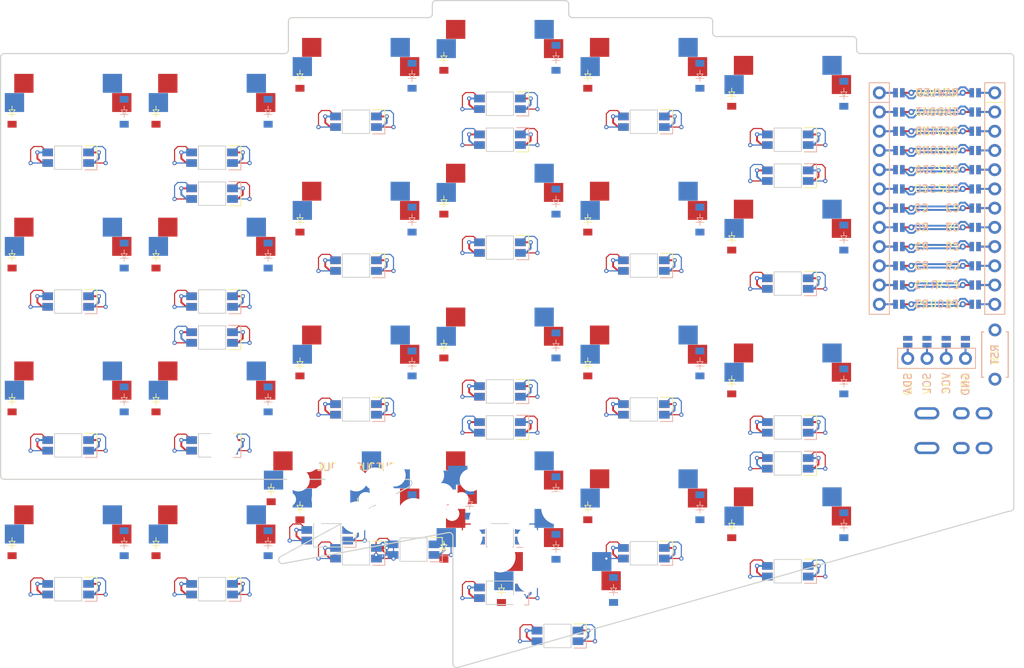
<source format=kicad_pcb>
(kicad_pcb (version 20240108) (generator "ergogen") (generator_version "4.1.0")
  (title_block (title "sofle_v2") (date "2025-02-05") (rev "0.1") (company "ceoloide (adapted from corney-island)"))
  (layers (0 "F.Cu" signal) (31 "B.Cu" signal) (34 "B.Paste" user) (35 "F.Paste" user) (36 "B.SilkS" user "B.Silkscreen") (37 "F.SilkS" user "F.Silkscreen") (38 "B.Mask" user) (39 "F.Mask" user) (44 "Edge.Cuts" user))
  (net 0 "")
  (net 1 "C0")
  (net 2 "outer_number_B")
  (net 3 "GND")
  (net 4 "D1")
  (net 5 "D2")
  (net 6 "outer_bottom_B")
  (net 7 "outer_home_B")
  (net 8 "outer_top_B")
  (net 9 "C1")
  (net 10 "pinky_number_B")
  (net 11 "pinky_bottom_B")
  (net 12 "pinky_home_B")
  (net 13 "pinky_top_B")
  (net 14 "C2")
  (net 15 "ring_number_B")
  (net 16 "ring_bottom_B")
  (net 17 "ring_home_B")
  (net 18 "ring_top_B")
  (net 19 "C3")
  (net 20 "middle_number_B")
  (net 21 "middle_bottom_B")
  (net 22 "middle_home_B")
  (net 23 "middle_top_B")
  (net 24 "C4")
  (net 25 "index_number_B")
  (net 26 "index_bottom_B")
  (net 27 "index_home_B")
  (net 28 "index_top_B")
  (net 29 "C5")
  (net 30 "inner_number_B")
  (net 31 "inner_bottom_B")
  (net 32 "inner_home_B")
  (net 33 "inner_top_B")
  (net 34 "C6")
  (net 35 "inward_home_B")
  (net 36 "C7")
  (net 37 "C8")
  (net 38 "outward_home_B")
  (net 39 "C9")
  (net 40 "extra_outward_home_B")
  (net 41 "R-1")
  (net 42 "R2")
  (net 43 "R1")
  (net 44 "R0")
  (net 45 "R3")
  (net 46 "outer_number_F")
  (net 47 "outer_bottom_F")
  (net 48 "outer_home_F")
  (net 49 "outer_top_F")
  (net 50 "pinky_number_F")
  (net 51 "pinky_bottom_F")
  (net 52 "pinky_home_F")
  (net 53 "pinky_top_F")
  (net 54 "ring_number_F")
  (net 55 "ring_bottom_F")
  (net 56 "ring_home_F")
  (net 57 "ring_top_F")
  (net 58 "middle_number_F")
  (net 59 "middle_bottom_F")
  (net 60 "middle_home_F")
  (net 61 "middle_top_F")
  (net 62 "index_number_F")
  (net 63 "index_bottom_F")
  (net 64 "index_home_F")
  (net 65 "index_top_F")
  (net 66 "inner_number_F")
  (net 67 "inner_bottom_F")
  (net 68 "inner_home_F")
  (net 69 "inner_top_F")
  (net 70 "inward_home_F")
  (net 71 "outward_home_F")
  (net 72 "extra_outward_home_F")
  (net 73 "RAW")
  (net 74 "RST")
  (net 75 "VCC")
  (net 76 "P10")
  (net 77 "LED")
  (net 78 "DAT")
  (net 79 "SDA")
  (net 80 "SCL")
  (net 81 "CS")
  (net 82 "P101")
  (net 83 "P102")
  (net 84 "P107")
  (net 85 "MCU1_24")
  (net 86 "MCU1_1")
  (net 87 "MCU1_23")
  (net 88 "MCU1_2")
  (net 89 "MCU1_22")
  (net 90 "MCU1_3")
  (net 91 "MCU1_21")
  (net 92 "MCU1_4")
  (net 93 "MCU1_20")
  (net 94 "MCU1_5")
  (net 95 "MCU1_19")
  (net 96 "MCU1_6")
  (net 97 "MCU1_18")
  (net 98 "MCU1_7")
  (net 99 "MCU1_17")
  (net 100 "MCU1_8")
  (net 101 "MCU1_16")
  (net 102 "MCU1_9")
  (net 103 "MCU1_15")
  (net 104 "MCU1_10")
  (net 105 "MCU1_14")
  (net 106 "MCU1_11")
  (net 107 "MCU1_13")
  (net 108 "MCU1_12")
  (net 109 "DISP1_1")
  (net 110 "DISP1_2")
  (net 111 "DISP1_3")
  (net 112 "DISP1_4")
  (net 113 "LED_18")
  (net 114 "LED_19")
  (net 115 "LED_21")
  (net 116 "LED_20")
  (net 117 "LED_17")
  (net 118 "LED_16")
  (net 119 "LED_15")
  (net 120 "LED_12")
  (net 121 "LED_13")
  (net 122 "LED_14")
  (net 123 "LED_11")
  (net 124 "LED_10")
  (net 125 "LED_9")
  (net 126 "LED_4")
  (net 127 "LED_5")
  (net 128 "LED_7")
  (net 129 "LED_6")
  (net 130 "LED_3")
  (net 131 "LED_2")
  (net 132 "LED_1")
  (net 133 "LED_22")
  (net 134 "LED_23")
  (net 135 "LED_24")
  (net 136 "LED_25")
  (net 137 "ULED_1")
  (net 138 "ULED_2")
  (net 139 "ULED_3")
  (net 140 "ULED_4")
  (net 141 "ULED_5")
  (net 142 "ULED_6")
  (footprint "ceoloide:mounting_hole_npth" (layer "F.Cu") (at 207.762 81.476 0)
    (property "Reference" "MH1" hide)
  )
  (footprint "ceoloide:mounting_hole_npth" (layer "F.Cu") (at 222.194 89.995 0)
    (property "Reference" "MH2" hide)
  )
  (footprint "ceoloide:mounting_hole_npth" (layer "F.Cu") (at 109.5 52.5 0)
    (property "Reference" "MH3" hide)
  )
  (footprint "ceoloide:mounting_hole_npth" (layer "F.Cu") (at 109.5 71.5 0)
    (property "Reference" "MH4" hide)
  )
  (footprint "ceoloide:mounting_hole_npth" (layer "F.Cu") (at 185.468 48.986000000000004 0)
    (property "Reference" "MH5" hide)
  )
  (footprint "ceoloide:mounting_hole_npth" (layer "F.Cu") (at 120.35699999999999 85.74 0)
    (property "Reference" "MH6" hide)
  )
  (footprint "ceoloide:mounting_hole_npth" (layer "F.Cu") (at 164.6 94.044 0)
    (property "Reference" "MH7" hide)
  )
  (footprint "ceoloide:switch_mx" (layer "B.Cu") (at 100 100 0)
    (property "Reference" "S1" hide)
  )
  (footprint "ceoloide:switch_mx" (layer "B.Cu") (at 100 81 0)
    (property "Reference" "S2" hide)
  )
  (footprint "ceoloide:switch_mx" (layer "B.Cu") (at 100 62 0)
    (property "Reference" "S3" hide)
  )
  (footprint "ceoloide:switch_mx" (layer "B.Cu") (at 100 43 0)
    (property "Reference" "S4" hide)
  )
  (footprint "ceoloide:switch_mx" (layer "B.Cu") (at 119 100 0)
    (property "Reference" "S5" hide)
  )
  (footprint "ceoloide:switch_mx" (layer "B.Cu") (at 119 81 0)
    (property "Reference" "S6" hide)
  )
  (footprint "ceoloide:switch_mx" (layer "B.Cu") (at 119 62 0)
    (property "Reference" "S7" hide)
  )
  (footprint "ceoloide:switch_mx" (layer "B.Cu") (at 119 43 0)
    (property "Reference" "S8" hide)
  )
  (footprint "ceoloide:switch_mx" (layer "B.Cu") (at 138 95.25 0)
    (property "Reference" "S9" hide)
  )
  (footprint "ceoloide:switch_mx" (layer "B.Cu") (at 138 76.25 0)
    (property "Reference" "S10" hide)
  )
  (footprint "ceoloide:switch_mx" (layer "B.Cu") (at 138 57.25 0)
    (property "Reference" "S11" hide)
  )
  (footprint "ceoloide:switch_mx" (layer "B.Cu") (at 138 38.25 0)
    (property "Reference" "S12" hide)
  )
  (footprint "ceoloide:switch_mx" (layer "B.Cu") (at 157 92.875 0)
    (property "Reference" "S13" hide)
  )
  (footprint "ceoloide:switch_mx" (layer "B.Cu") (at 157 73.875 0)
    (property "Reference" "S14" hide)
  )
  (footprint "ceoloide:switch_mx" (layer "B.Cu") (at 157 54.875 0)
    (property "Reference" "S15" hide)
  )
  (footprint "ceoloide:switch_mx" (layer "B.Cu") (at 157 35.875 0)
    (property "Reference" "S16" hide)
  )
  (footprint "ceoloide:switch_mx" (layer "B.Cu") (at 176 95.25 0)
    (property "Reference" "S17" hide)
  )
  (footprint "ceoloide:switch_mx" (layer "B.Cu") (at 176 76.25 0)
    (property "Reference" "S18" hide)
  )
  (footprint "ceoloide:switch_mx" (layer "B.Cu") (at 176 57.25 0)
    (property "Reference" "S19" hide)
  )
  (footprint "ceoloide:switch_mx" (layer "B.Cu") (at 176 38.25 0)
    (property "Reference" "S20" hide)
  )
  (footprint "ceoloide:switch_mx" (layer "B.Cu") (at 195 97.625 0)
    (property "Reference" "S21" hide)
  )
  (footprint "ceoloide:switch_mx" (layer "B.Cu") (at 195 78.625 0)
    (property "Reference" "S22" hide)
  )
  (footprint "ceoloide:switch_mx" (layer "B.Cu") (at 195 59.625 0)
    (property "Reference" "S23" hide)
  )
  (footprint "ceoloide:switch_mx" (layer "B.Cu") (at 195 40.625 0)
    (property "Reference" "S24" hide)
  )
  (footprint "ceoloide:switch_mx" (layer "B.Cu") (at 134.2 92.875 0)
    (property "Reference" "S25" hide)
  )
  (footprint "ceoloide:switch_mx" (layer "B.Cu") (at 145.6 94.77499999999999 0)
    (property "Reference" "S26" hide)
  )
  (footprint "ceoloide:switch_mx" (layer "B.Cu") (at 157 100.475 0)
    (property "Reference" "S27" hide)
  )
  (footprint "ceoloide:switch_mx" (layer "B.Cu") (at 164.6 106.175 0)
    (property "Reference" "S28" hide)
  )
  (footprint "ceoloide:diode_tht_sod123" (layer "B.Cu") (at 107.4 98.675 90)
    (property "Reference" "D1" hide)
  )
  (footprint "ceoloide:diode_tht_sod123" (layer "B.Cu") (at 107.4 79.675 90)
    (property "Reference" "D2" hide)
  )
  (footprint "ceoloide:diode_tht_sod123" (layer "B.Cu") (at 107.4 60.675 90)
    (property "Reference" "D3" hide)
  )
  (footprint "ceoloide:diode_tht_sod123" (layer "B.Cu") (at 107.4 41.675 90)
    (property "Reference" "D4" hide)
  )
  (footprint "ceoloide:diode_tht_sod123" (layer "B.Cu") (at 126.4 98.675 90)
    (property "Reference" "D5" hide)
  )
  (footprint "ceoloide:diode_tht_sod123" (layer "B.Cu") (at 126.4 79.675 90)
    (property "Reference" "D6" hide)
  )
  (footprint "ceoloide:diode_tht_sod123" (layer "B.Cu") (at 126.4 60.675 90)
    (property "Reference" "D7" hide)
  )
  (footprint "ceoloide:diode_tht_sod123" (layer "B.Cu") (at 126.4 41.675 90)
    (property "Reference" "D8" hide)
  )
  (footprint "ceoloide:diode_tht_sod123" (layer "B.Cu") (at 145.4 93.925 90)
    (property "Reference" "D9" hide)
  )
  (footprint "ceoloide:diode_tht_sod123" (layer "B.Cu") (at 145.4 74.925 90)
    (property "Reference" "D10" hide)
  )
  (footprint "ceoloide:diode_tht_sod123" (layer "B.Cu") (at 145.4 55.925 90)
    (property "Reference" "D11" hide)
  )
  (footprint "ceoloide:diode_tht_sod123" (layer "B.Cu") (at 145.4 36.925 90)
    (property "Reference" "D12" hide)
  )
  (footprint "ceoloide:diode_tht_sod123" (layer "B.Cu") (at 164.4 91.55 90)
    (property "Reference" "D13" hide)
  )
  (footprint "ceoloide:diode_tht_sod123" (layer "B.Cu") (at 164.4 72.55 90)
    (property "Reference" "D14" hide)
  )
  (footprint "ceoloide:diode_tht_sod123" (layer "B.Cu") (at 164.4 53.55 90)
    (property "Reference" "D15" hide)
  )
  (footprint "ceoloide:diode_tht_sod123" (layer "B.Cu") (at 164.4 34.55 90)
    (property "Reference" "D16" hide)
  )
  (footprint "ceoloide:diode_tht_sod123" (layer "B.Cu") (at 183.4 93.925 90)
    (property "Reference" "D17" hide)
  )
  (footprint "ceoloide:diode_tht_sod123" (layer "B.Cu") (at 183.4 74.925 90)
    (property "Reference" "D18" hide)
  )
  (footprint "ceoloide:diode_tht_sod123" (layer "B.Cu") (at 183.4 55.925 90)
    (property "Reference" "D19" hide)
  )
  (footprint "ceoloide:diode_tht_sod123" (layer "B.Cu") (at 183.4 36.925 90)
    (property "Reference" "D20" hide)
  )
  (footprint "ceoloide:diode_tht_sod123" (layer "B.Cu") (at 202.4 96.3 90)
    (property "Reference" "D21" hide)
  )
  (footprint "ceoloide:diode_tht_sod123" (layer "B.Cu") (at 202.4 77.3 90)
    (property "Reference" "D22" hide)
  )
  (footprint "ceoloide:diode_tht_sod123" (layer "B.Cu") (at 202.4 58.3 90)
    (property "Reference" "D23" hide)
  )
  (footprint "ceoloide:diode_tht_sod123" (layer "B.Cu") (at 202.4 39.3 90)
    (property "Reference" "D24" hide)
  )
  (footprint "ceoloide:diode_tht_sod123" (layer "B.Cu") (at 141.6 91.55 90)
    (property "Reference" "D25" hide)
  )
  (footprint "ceoloide:diode_tht_sod123" (layer "B.Cu") (at 153 93.44999999999999 90)
    (property "Reference" "D26" hide)
  )
  (footprint "ceoloide:diode_tht_sod123" (layer "B.Cu") (at 164.4 99.14999999999999 90)
    (property "Reference" "D27" hide)
  )
  (footprint "ceoloide:diode_tht_sod123" (layer "B.Cu") (at 172 104.85 90)
    (property "Reference" "D28" hide)
  )
  (footprint "ceoloide:switch_mx" (layer "F.Cu") (at 100 100 0)
    (property "Reference" "S29" hide)
  )
  (footprint "ceoloide:switch_mx" (layer "F.Cu") (at 100 81 0)
    (property "Reference" "S30" hide)
  )
  (footprint "ceoloide:switch_mx" (layer "F.Cu") (at 100 62 0)
    (property "Reference" "S31" hide)
  )
  (footprint "ceoloide:switch_mx" (layer "F.Cu") (at 100 43 0)
    (property "Reference" "S32" hide)
  )
  (footprint "ceoloide:switch_mx" (layer "F.Cu") (at 119 100 0)
    (property "Reference" "S33" hide)
  )
  (footprint "ceoloide:switch_mx" (layer "F.Cu") (at 119 81 0)
    (property "Reference" "S34" hide)
  )
  (footprint "ceoloide:switch_mx" (layer "F.Cu") (at 119 62 0)
    (property "Reference" "S35" hide)
  )
  (footprint "ceoloide:switch_mx" (layer "F.Cu") (at 119 43 0)
    (property "Reference" "S36" hide)
  )
  (footprint "ceoloide:switch_mx" (layer "F.Cu") (at 138 95.25 0)
    (property "Reference" "S37" hide)
  )
  (footprint "ceoloide:switch_mx" (layer "F.Cu") (at 138 76.25 0)
    (property "Reference" "S38" hide)
  )
  (footprint "ceoloide:switch_mx" (layer "F.Cu") (at 138 57.25 0)
    (property "Reference" "S39" hide)
  )
  (footprint "ceoloide:switch_mx" (layer "F.Cu") (at 138 38.25 0)
    (property "Reference" "S40" hide)
  )
  (footprint "ceoloide:switch_mx" (layer "F.Cu") (at 157 92.875 0)
    (property "Reference" "S41" hide)
  )
  (footprint "ceoloide:switch_mx" (layer "F.Cu") (at 157 73.875 0)
    (property "Reference" "S42" hide)
  )
  (footprint "ceoloide:switch_mx" (layer "F.Cu") (at 157 54.875 0)
    (property "Reference" "S43" hide)
  )
  (footprint "ceoloide:switch_mx" (layer "F.Cu") (at 157 35.875 0)
    (property "Reference" "S44" hide)
  )
  (footprint "ceoloide:switch_mx" (layer "F.Cu") (at 176 95.25 0)
    (property "Reference" "S45" hide)
  )
  (footprint "ceoloide:switch_mx" (layer "F.Cu") (at 176 76.25 0)
    (property "Reference" "S46" hide)
  )
  (footprint "ceoloide:switch_mx" (layer "F.Cu") (at 176 57.25 0)
    (property "Reference" "S47" hide)
  )
  (footprint "ceoloide:switch_mx" (layer "F.Cu") (at 176 38.25 0)
    (property "Reference" "S48" hide)
  )
  (footprint "ceoloide:switch_mx" (layer "F.Cu") (at 195 97.625 0)
    (property "Reference" "S49" hide)
  )
  (footprint "ceoloide:switch_mx" (layer "F.Cu") (at 195 78.625 0)
    (property "Reference" "S50" hide)
  )
  (footprint "ceoloide:switch_mx" (layer "F.Cu") (at 195 59.625 0)
    (property "Reference" "S51" hide)
  )
  (footprint "ceoloide:switch_mx" (layer "F.Cu") (at 195 40.625 0)
    (property "Reference" "S52" hide)
  )
  (footprint "ceoloide:switch_mx" (layer "F.Cu") (at 134.2 92.875 0)
    (property "Reference" "S53" hide)
  )
  (footprint "ceoloide:switch_mx" (layer "F.Cu") (at 145.6 94.77499999999999 0)
    (property "Reference" "S54" hide)
  )
  (footprint "ceoloide:switch_mx" (layer "F.Cu") (at 157 100.475 0)
    (property "Reference" "S55" hide)
  )
  (footprint "ceoloide:switch_mx" (layer "F.Cu") (at 164.6 106.175 0)
    (property "Reference" "S56" hide)
  )
  (footprint "ceoloide:diode_tht_sod123" (layer "F.Cu") (at 92.6 98.675 90)
    (property "Reference" "D29" hide)
  )
  (footprint "ceoloide:diode_tht_sod123" (layer "F.Cu") (at 92.6 79.675 90)
    (property "Reference" "D30" hide)
  )
  (footprint "ceoloide:diode_tht_sod123" (layer "F.Cu") (at 92.6 60.675 90)
    (property "Reference" "D31" hide)
  )
  (footprint "ceoloide:diode_tht_sod123" (layer "F.Cu") (at 92.6 41.675 90)
    (property "Reference" "D32" hide)
  )
  (footprint "ceoloide:diode_tht_sod123" (layer "F.Cu") (at 111.6 98.675 90)
    (property "Reference" "D33" hide)
  )
  (footprint "ceoloide:diode_tht_sod123" (layer "F.Cu") (at 111.6 79.675 90)
    (property "Reference" "D34" hide)
  )
  (footprint "ceoloide:diode_tht_sod123" (layer "F.Cu") (at 111.6 60.675 90)
    (property "Reference" "D35" hide)
  )
  (footprint "ceoloide:diode_tht_sod123" (layer "F.Cu") (at 111.6 41.675 90)
    (property "Reference" "D36" hide)
  )
  (footprint "ceoloide:diode_tht_sod123" (layer "F.Cu") (at 130.6 93.925 90)
    (property "Reference" "D37" hide)
  )
  (footprint "ceoloide:diode_tht_sod123" (layer "F.Cu") (at 130.6 74.925 90)
    (property "Reference" "D38" hide)
  )
  (footprint "ceoloide:diode_tht_sod123" (layer "F.Cu") (at 130.6 55.925 90)
    (property "Reference" "D39" hide)
  )
  (footprint "ceoloide:diode_tht_sod123" (layer "F.Cu") (at 130.6 36.925 90)
    (property "Reference" "D40" hide)
  )
  (footprint "ceoloide:diode_tht_sod123" (layer "F.Cu") (at 149.6 91.55 90)
    (property "Reference" "D41" hide)
  )
  (footprint "ceoloide:diode_tht_sod123" (layer "F.Cu") (at 149.6 72.55 90)
    (property "Reference" "D42" hide)
  )
  (footprint "ceoloide:diode_tht_sod123" (layer "F.Cu") (at 149.6 53.55 90)
    (property "Reference" "D43" hide)
  )
  (footprint "ceoloide:diode_tht_sod123" (layer "F.Cu") (at 149.6 34.55 90)
    (property "Reference" "D44" hide)
  )
  (footprint "ceoloide:diode_tht_sod123" (layer "F.Cu") (at 168.6 93.925 90)
    (property "Reference" "D45" hide)
  )
  (footprint "ceoloide:diode_tht_sod123" (layer "F.Cu") (at 168.6 74.925 90)
    (property "Reference" "D46" hide)
  )
  (footprint "ceoloide:diode_tht_sod123" (layer "F.Cu") (at 168.6 55.925 90)
    (property "Reference" "D47" hide)
  )
  (footprint "ceoloide:diode_tht_sod123" (layer "F.Cu") (at 168.6 36.925 90)
    (property "Reference" "D48" hide)
  )
  (footprint "ceoloide:diode_tht_sod123" (layer "F.Cu") (at 187.6 96.3 90)
    (property "Reference" "D49" hide)
  )
  (footprint "ceoloide:diode_tht_sod123" (layer "F.Cu") (at 187.6 77.3 90)
    (property "Reference" "D50" hide)
  )
  (footprint "ceoloide:diode_tht_sod123" (layer "F.Cu") (at 187.6 58.3 90)
    (property "Reference" "D51" hide)
  )
  (footprint "ceoloide:diode_tht_sod123" (layer "F.Cu") (at 187.6 39.3 90)
    (property "Reference" "D52" hide)
  )
  (footprint "ceoloide:diode_tht_sod123" (layer "F.Cu") (at 126.79999999999998 91.55 90)
    (property "Reference" "D53" hide)
  )
  (footprint "ceoloide:diode_tht_sod123" (layer "F.Cu") (at 138.2 93.44999999999999 90)
    (property "Reference" "D54" hide)
  )
  (footprint "ceoloide:diode_tht_sod123" (layer "F.Cu") (at 149.6 99.14999999999999 90)
    (property "Reference" "D55" hide)
  )
  (footprint "ceoloide:diode_tht_sod123" (layer "F.Cu") (at 157.2 104.85 90)
    (property "Reference" "D56" hide)
  )
  (footprint "ceoloide:mcu_nice_nano" (layer "F.Cu") (at 214.704 51.87 0)
    (property "Reference" "MCU1" hide)
  )
  (segment (start 219.28400000000002 39.17) (end 218.104 39.17) (width 0.25) (layer "F.Cu"))
  (segment (start 210.124 39.17) (end 211.304 39.17) (width 0.25) (layer "F.Cu"))
  (segment (start 207.084 39.17) (end 209.204 39.17) (width 0.25) (layer "F.Cu"))
  (segment (start 207.084 39.17) (end 209.204 39.17) (width 0.25) (layer "B.Cu"))
  (segment (start 220.204 39.17) (end 222.324 39.17) (width 0.25) (layer "F.Cu"))
  (segment (start 222.324 39.17) (end 220.204 39.17) (width 0.25) (layer "B.Cu"))
  (segment (start 212.09930500000002 39.4) (end 217.874 39.4) (width 0.25) (layer "B.Cu"))
  (segment (start 209.929 39.17) (end 210.278695 39.17) (width 0.25) (layer "B.Cu"))
  (segment (start 211.003695 39.894999999999996) (end 211.604305 39.894999999999996) (width 0.25) (layer "B.Cu"))
  (segment (start 210.278695 39.17) (end 211.003695 39.894999999999996) (width 0.25) (layer "B.Cu"))
  (segment (start 211.604305 39.894999999999996) (end 212.09930500000002 39.4) (width 0.25) (layer "B.Cu"))
  (segment (start 219.479 39.17) (end 219.12930500000002 39.17) (width 0.25) (layer "B.Cu"))
  (segment (start 217.298695 38.949999999999996) (end 211.524 38.949999999999996) (width 0.25) (layer "B.Cu"))
  (segment (start 219.12930500000002 39.17) (end 218.40430500000002 38.44499999999999) (width 0.25) (layer "B.Cu"))
  (segment (start 218.40430500000002 38.44499999999999) (end 217.803695 38.44499999999999) (width 0.25) (layer "B.Cu"))
  (segment (start 217.803695 38.44499999999999) (end 217.298695 38.949999999999996) (width 0.25) (layer "B.Cu"))
  (segment (start 219.28400000000002 41.709999999999994) (end 218.104 41.709999999999994) (width 0.25) (layer "F.Cu"))
  (segment (start 210.124 41.709999999999994) (end 211.304 41.709999999999994) (width 0.25) (layer "F.Cu"))
  (segment (start 207.084 41.709999999999994) (end 209.204 41.709999999999994) (width 0.25) (layer "F.Cu"))
  (segment (start 207.084 41.709999999999994) (end 209.204 41.709999999999994) (width 0.25) (layer "B.Cu"))
  (segment (start 220.204 41.709999999999994) (end 222.324 41.709999999999994) (width 0.25) (layer "F.Cu"))
  (segment (start 222.324 41.709999999999994) (end 220.204 41.709999999999994) (width 0.25) (layer "B.Cu"))
  (segment (start 212.09930500000002 41.94) (end 217.874 41.94) (width 0.25) (layer "B.Cu"))
  (segment (start 209.929 41.709999999999994) (end 210.278695 41.709999999999994) (width 0.25) (layer "B.Cu"))
  (segment (start 211.003695 42.434999999999995) (end 211.604305 42.434999999999995) (width 0.25) (layer "B.Cu"))
  (segment (start 210.278695 41.709999999999994) (end 211.003695 42.434999999999995) (width 0.25) (layer "B.Cu"))
  (segment (start 211.604305 42.434999999999995) (end 212.09930500000002 41.94) (width 0.25) (layer "B.Cu"))
  (segment (start 219.479 41.709999999999994) (end 219.12930500000002 41.709999999999994) (width 0.25) (layer "B.Cu"))
  (segment (start 217.298695 41.489999999999995) (end 211.524 41.489999999999995) (width 0.25) (layer "B.Cu"))
  (segment (start 219.12930500000002 41.709999999999994) (end 218.40430500000002 40.985) (width 0.25) (layer "B.Cu"))
  (segment (start 218.40430500000002 40.985) (end 217.803695 40.985) (width 0.25) (layer "B.Cu"))
  (segment (start 217.803695 40.985) (end 217.298695 41.489999999999995) (width 0.25) (layer "B.Cu"))
  (segment (start 219.28400000000002 44.25) (end 218.104 44.25) (width 0.25) (layer "F.Cu"))
  (segment (start 210.124 44.25) (end 211.304 44.25) (width 0.25) (layer "F.Cu"))
  (segment (start 207.084 44.25) (end 209.204 44.25) (width 0.25) (layer "F.Cu"))
  (segment (start 207.084 44.25) (end 209.204 44.25) (width 0.25) (layer "B.Cu"))
  (segment (start 220.204 44.25) (end 222.324 44.25) (width 0.25) (layer "F.Cu"))
  (segment (start 222.324 44.25) (end 220.204 44.25) (width 0.25) (layer "B.Cu"))
  (segment (start 212.09930500000002 44.48) (end 217.874 44.48) (width 0.25) (layer "B.Cu"))
  (segment (start 209.929 44.25) (end 210.278695 44.25) (width 0.25) (layer "B.Cu"))
  (segment (start 211.003695 44.974999999999994) (end 211.604305 44.974999999999994) (width 0.25) (layer "B.Cu"))
  (segment (start 210.278695 44.25) (end 211.003695 44.974999999999994) (width 0.25) (layer "B.Cu"))
  (segment (start 211.604305 44.974999999999994) (end 212.09930500000002 44.48) (width 0.25) (layer "B.Cu"))
  (segment (start 219.479 44.25) (end 219.12930500000002 44.25) (width 0.25) (layer "B.Cu"))
  (segment (start 217.298695 44.03) (end 211.524 44.03) (width 0.25) (layer "B.Cu"))
  (segment (start 219.12930500000002 44.25) (end 218.40430500000002 43.525) (width 0.25) (layer "B.Cu"))
  (segment (start 218.40430500000002 43.525) (end 217.803695 43.525) (width 0.25) (layer "B.Cu"))
  (segment (start 217.803695 43.525) (end 217.298695 44.03) (width 0.25) (layer "B.Cu"))
  (segment (start 219.28400000000002 46.79) (end 218.104 46.79) (width 0.25) (layer "F.Cu"))
  (segment (start 210.124 46.79) (end 211.304 46.79) (width 0.25) (layer "F.Cu"))
  (segment (start 207.084 46.79) (end 209.204 46.79) (width 0.25) (layer "F.Cu"))
  (segment (start 207.084 46.79) (end 209.204 46.79) (width 0.25) (layer "B.Cu"))
  (segment (start 220.204 46.79) (end 222.324 46.79) (width 0.25) (layer "F.Cu"))
  (segment (start 222.324 46.79) (end 220.204 46.79) (width 0.25) (layer "B.Cu"))
  (segment (start 212.09930500000002 47.019999999999996) (end 217.874 47.019999999999996) (width 0.25) (layer "B.Cu"))
  (segment (start 209.929 46.79) (end 210.278695 46.79) (width 0.25) (layer "B.Cu"))
  (segment (start 211.003695 47.515) (end 211.604305 47.515) (width 0.25) (layer "B.Cu"))
  (segment (start 210.278695 46.79) (end 211.003695 47.515) (width 0.25) (layer "B.Cu"))
  (segment (start 211.604305 47.515) (end 212.09930500000002 47.019999999999996) (width 0.25) (layer "B.Cu"))
  (segment (start 219.479 46.79) (end 219.12930500000002 46.79) (width 0.25) (layer "B.Cu"))
  (segment (start 217.298695 46.57) (end 211.524 46.57) (width 0.25) (layer "B.Cu"))
  (segment (start 219.12930500000002 46.79) (end 218.40430500000002 46.065) (width 0.25) (layer "B.Cu"))
  (segment (start 218.40430500000002 46.065) (end 217.803695 46.065) (width 0.25) (layer "B.Cu"))
  (segment (start 217.803695 46.065) (end 217.298695 46.57) (width 0.25) (layer "B.Cu"))
  (segment (start 219.28400000000002 49.33) (end 218.104 49.33) (width 0.25) (layer "F.Cu"))
  (segment (start 210.124 49.33) (end 211.304 49.33) (width 0.25) (layer "F.Cu"))
  (segment (start 207.084 49.33) (end 209.204 49.33) (width 0.25) (layer "F.Cu"))
  (segment (start 207.084 49.33) (end 209.204 49.33) (width 0.25) (layer "B.Cu"))
  (segment (start 220.204 49.33) (end 222.324 49.33) (width 0.25) (layer "F.Cu"))
  (segment (start 222.324 49.33) (end 220.204 49.33) (width 0.25) (layer "B.Cu"))
  (segment (start 212.09930500000002 49.559999999999995) (end 217.874 49.559999999999995) (width 0.25) (layer "B.Cu"))
  (segment (start 209.929 49.33) (end 210.278695 49.33) (width 0.25) (layer "B.Cu"))
  (segment (start 211.003695 50.055) (end 211.604305 50.055) (width 0.25) (layer "B.Cu"))
  (segment (start 210.278695 49.33) (end 211.003695 50.055) (width 0.25) (layer "B.Cu"))
  (segment (start 211.604305 50.055) (end 212.09930500000002 49.559999999999995) (width 0.25) (layer "B.Cu"))
  (segment (start 219.479 49.33) (end 219.12930500000002 49.33) (width 0.25) (layer "B.Cu"))
  (segment (start 217.298695 49.11) (end 211.524 49.11) (width 0.25) (layer "B.Cu"))
  (segment (start 219.12930500000002 49.33) (end 218.40430500000002 48.605) (width 0.25) (layer "B.Cu"))
  (segment (start 218.40430500000002 48.605) (end 217.803695 48.605) (width 0.25) (layer "B.Cu"))
  (segment (start 217.803695 48.605) (end 217.298695 49.11) (width 0.25) (layer "B.Cu"))
  (segment (start 219.28400000000002 51.87) (end 218.104 51.87) (width 0.25) (layer "F.Cu"))
  (segment (start 210.124 51.87) (end 211.304 51.87) (width 0.25) (layer "F.Cu"))
  (segment (start 207.084 51.87) (end 209.204 51.87) (width 0.25) (layer "F.Cu"))
  (segment (start 207.084 51.87) (end 209.204 51.87) (width 0.25) (layer "B.Cu"))
  (segment (start 220.204 51.87) (end 222.324 51.87) (width 0.25) (layer "F.Cu"))
  (segment (start 222.324 51.87) (end 220.204 51.87) (width 0.25) (layer "B.Cu"))
  (segment (start 212.09930500000002 52.099999999999994) (end 217.874 52.099999999999994) (width 0.25) (layer "B.Cu"))
  (segment (start 209.929 51.87) (end 210.278695 51.87) (width 0.25) (layer "B.Cu"))
  (segment (start 211.003695 52.595) (end 211.604305 52.595) (width 0.25) (layer "B.Cu"))
  (segment (start 210.278695 51.87) (end 211.003695 52.595) (width 0.25) (layer "B.Cu"))
  (segment (start 211.604305 52.595) (end 212.09930500000002 52.099999999999994) (width 0.25) (layer "B.Cu"))
  (segment (start 219.479 51.87) (end 219.12930500000002 51.87) (width 0.25) (layer "B.Cu"))
  (segment (start 217.298695 51.65) (end 211.524 51.65) (width 0.25) (layer "B.Cu"))
  (segment (start 219.12930500000002 51.87) (end 218.40430500000002 51.144999999999996) (width 0.25) (layer "B.Cu"))
  (segment (start 218.40430500000002 51.144999999999996) (end 217.803695 51.144999999999996) (width 0.25) (layer "B.Cu"))
  (segment (start 217.803695 51.144999999999996) (end 217.298695 51.65) (width 0.25) (layer "B.Cu"))
  (segment (start 219.28400000000002 54.41) (end 218.104 54.41) (width 0.25) (layer "F.Cu"))
  (segment (start 210.124 54.41) (end 211.304 54.41) (width 0.25) (layer "F.Cu"))
  (segment (start 207.084 54.41) (end 209.204 54.41) (width 0.25) (layer "F.Cu"))
  (segment (start 207.084 54.41) (end 209.204 54.41) (width 0.25) (layer "B.Cu"))
  (segment (start 220.204 54.41) (end 222.324 54.41) (width 0.25) (layer "F.Cu"))
  (segment (start 222.324 54.41) (end 220.204 54.41) (width 0.25) (layer "B.Cu"))
  (segment (start 212.09930500000002 54.64) (end 217.874 54.64) (width 0.25) (layer "B.Cu"))
  (segment (start 209.929 54.41) (end 210.278695 54.41) (width 0.25) (layer "B.Cu"))
  (segment (start 211.003695 55.135) (end 211.604305 55.135) (width 0.25) (layer "B.Cu"))
  (segment (start 210.278695 54.41) (end 211.003695 55.135) (width 0.25) (layer "B.Cu"))
  (segment (start 211.604305 55.135) (end 212.09930500000002 54.64) (width 0.25) (layer "B.Cu"))
  (segment (start 219.479 54.41) (end 219.12930500000002 54.41) (width 0.25) (layer "B.Cu"))
  (segment (start 217.298695 54.19) (end 211.524 54.19) (width 0.25) (layer "B.Cu"))
  (segment (start 219.12930500000002 54.41) (end 218.40430500000002 53.684999999999995) (width 0.25) (layer "B.Cu"))
  (segment (start 218.40430500000002 53.684999999999995) (end 217.803695 53.684999999999995) (width 0.25) (layer "B.Cu"))
  (segment (start 217.803695 53.684999999999995) (end 217.298695 54.19) (width 0.25) (layer "B.Cu"))
  (segment (start 219.28400000000002 56.949999999999996) (end 218.104 56.949999999999996) (width 0.25) (layer "F.Cu"))
  (segment (start 210.124 56.949999999999996) (end 211.304 56.949999999999996) (width 0.25) (layer "F.Cu"))
  (segment (start 207.084 56.949999999999996) (end 209.204 56.949999999999996) (width 0.25) (layer "F.Cu"))
  (segment (start 207.084 56.949999999999996) (end 209.204 56.949999999999996) (width 0.25) (layer "B.Cu"))
  (segment (start 220.204 56.949999999999996) (end 222.324 56.949999999999996) (width 0.25) (layer "F.Cu"))
  (segment (start 222.324 56.949999999999996) (end 220.204 56.949999999999996) (width 0.25) (layer "B.Cu"))
  (segment (start 212.09930500000002 57.18) (end 217.874 57.18) (width 0.25) (layer "B.Cu"))
  (segment (start 209.929 56.949999999999996) (end 210.278695 56.949999999999996) (width 0.25) (layer "B.Cu"))
  (segment (start 211.003695 57.675) (end 211.604305 57.675) (width 0.25) (layer "B.Cu"))
  (segment (start 210.278695 56.949999999999996) (end 211.003695 57.675) (width 0.25) (layer "B.Cu"))
  (segment (start 211.604305 57.675) (end 212.09930500000002 57.18) (width 0.25) (layer "B.Cu"))
  (segment (start 219.479 56.949999999999996) (end 219.12930500000002 56.949999999999996) (width 0.25) (layer "B.Cu"))
  (segment (start 217.298695 56.73) (end 211.524 56.73) (width 0.25) (layer "B.Cu"))
  (segment (start 219.12930500000002 56.949999999999996) (end 218.40430500000002 56.224999999999994) (width 0.25) (layer "B.Cu"))
  (segment (start 218.40430500000002 56.224999999999994) (end 217.803695 56.224999999999994) (width 0.25) (layer "B.Cu"))
  (segment (start 217.803695 56.224999999999994) (end 217.298695 56.73) (width 0.25) (layer "B.Cu"))
  (segment (start 219.28400000000002 59.489999999999995) (end 218.104 59.489999999999995) (width 0.25) (layer "F.Cu"))
  (segment (start 210.124 59.489999999999995) (end 211.304 59.489999999999995) (width 0.25) (layer "F.Cu"))
  (segment (start 207.084 59.489999999999995) (end 209.204 59.489999999999995) (width 0.25) (layer "F.Cu"))
  (segment (start 207.084 59.489999999999995) (end 209.204 59.489999999999995) (width 0.25) (layer "B.Cu"))
  (segment (start 220.204 59.489999999999995) (end 222.324 59.489999999999995) (width 0.25) (layer "F.Cu"))
  (segment (start 222.324 59.489999999999995) (end 220.204 59.489999999999995) (width 0.25) (layer "B.Cu"))
  (segment (start 212.09930500000002 59.72) (end 217.874 59.72) (width 0.25) (layer "B.Cu"))
  (segment (start 209.929 59.489999999999995) (end 210.278695 59.489999999999995) (width 0.25) (layer "B.Cu"))
  (segment (start 211.003695 60.214999999999996) (end 211.604305 60.214999999999996) (width 0.25) (layer "B.Cu"))
  (segment (start 210.278695 59.489999999999995) (end 211.003695 60.214999999999996) (width 0.25) (layer "B.Cu"))
  (segment (start 211.604305 60.214999999999996) (end 212.09930500000002 59.72) (width 0.25) (layer "B.Cu"))
  (segment (start 219.479 59.489999999999995) (end 219.12930500000002 59.489999999999995) (width 0.25) (layer "B.Cu"))
  (segment (start 217.298695 59.269999999999996) (end 211.524 59.269999999999996) (width 0.25) (layer "B.Cu"))
  (segment (start 219.12930500000002 59.489999999999995) (end 218.40430500000002 58.765) (width 0.25) (layer "B.Cu"))
  (segment (start 218.40430500000002 58.765) (end 217.803695 58.765) (width 0.25) (layer "B.Cu"))
  (segment (start 217.803695 58.765) (end 217.298695 59.269999999999996) (width 0.25) (layer "B.Cu"))
  (segment (start 219.28400000000002 62.03) (end 218.104 62.03) (width 0.25) (layer "F.Cu"))
  (segment (start 210.124 62.03) (end 211.304 62.03) (width 0.25) (layer "F.Cu"))
  (segment (start 207.084 62.03) (end 209.204 62.03) (width 0.25) (layer "F.Cu"))
  (segment (start 207.084 62.03) (end 209.204 62.03) (width 0.25) (layer "B.Cu"))
  (segment (start 220.204 62.03) (end 222.324 62.03) (width 0.25) (layer "F.Cu"))
  (segment (start 222.324 62.03) (end 220.204 62.03) (width 0.25) (layer "B.Cu"))
  (segment (start 212.09930500000002 62.26) (end 217.874 62.26) (width 0.25) (layer "B.Cu"))
  (segment (start 209.929 62.03) (end 210.278695 62.03) (width 0.25) (layer "B.Cu"))
  (segment (start 211.003695 62.754999999999995) (end 211.604305 62.754999999999995) (width 0.25) (layer "B.Cu"))
  (segment (start 210.278695 62.03) (end 211.003695 62.754999999999995) (width 0.25) (layer "B.Cu"))
  (segment (start 211.604305 62.754999999999995) (end 212.09930500000002 62.26) (width 0.25) (layer "B.Cu"))
  (segment (start 219.479 62.03) (end 219.12930500000002 62.03) (width 0.25) (layer "B.Cu"))
  (segment (start 217.298695 61.809999999999995) (end 211.524 61.809999999999995) (width 0.25) (layer "B.Cu"))
  (segment (start 219.12930500000002 62.03) (end 218.40430500000002 61.305) (width 0.25) (layer "B.Cu"))
  (segment (start 218.40430500000002 61.305) (end 217.803695 61.305) (width 0.25) (layer "B.Cu"))
  (segment (start 217.803695 61.305) (end 217.298695 61.809999999999995) (width 0.25) (layer "B.Cu"))
  (segment (start 219.28400000000002 64.57) (end 218.104 64.57) (width 0.25) (layer "F.Cu"))
  (segment (start 210.124 64.57) (end 211.304 64.57) (width 0.25) (layer "F.Cu"))
  (segment (start 207.084 64.57) (end 209.204 64.57) (width 0.25) (layer "F.Cu"))
  (segment (start 207.084 64.57) (end 209.204 64.57) (width 0.25) (layer "B.Cu"))
  (segment (start 220.204 64.57) (end 222.324 64.57) (width 0.25) (layer "F.Cu"))
  (segment (start 222.324 64.57) (end 220.204 64.57) (width 0.25) (layer "B.Cu"))
  (segment (start 212.09930500000002 64.8) (end 217.874 64.8) (width 0.25) (layer "B.Cu"))
  (segment (start 209.929 64.57) (end 210.278695 64.57) (width 0.25) (layer "B.Cu"))
  (segment (start 211.003695 65.295) (end 211.604305 65.295) (width 0.25) (layer "B.Cu"))
  (segment (start 210.278695 64.57) (end 211.003695 65.295) (width 0.25) (layer "B.Cu"))
  (segment (start 211.604305 65.295) (end 212.09930500000002 64.8) (width 0.25) (layer "B.Cu"))
  (segment (start 219.479 64.57) (end 219.12930500000002 64.57) (width 0.25) (layer "B.Cu"))
  (segment (start 217.298695 64.35) (end 211.524 64.35) (width 0.25) (layer "B.Cu"))
  (segment (start 219.12930500000002 64.57) (end 218.40430500000002 63.845) (width 0.25) (layer "B.Cu"))
  (segment (start 218.40430500000002 63.845) (end 217.803695 63.845) (width 0.25) (layer "B.Cu"))
  (segment (start 217.803695 63.845) (end 217.298695 64.35) (width 0.25) (layer "B.Cu"))
  (segment (start 219.28400000000002 67.11) (end 218.104 67.11) (width 0.25) (layer "F.Cu"))
  (segment (start 210.124 67.11) (end 211.304 67.11) (width 0.25) (layer "F.Cu"))
  (segment (start 207.084 67.11) (end 209.204 67.11) (width 0.25) (layer "F.Cu"))
  (segment (start 207.084 67.11) (end 209.204 67.11) (width 0.25) (layer "B.Cu"))
  (segment (start 220.204 67.11) (end 222.324 67.11) (width 0.25) (layer "F.Cu"))
  (segment (start 222.324 67.11) (end 220.204 67.11) (width 0.25) (layer "B.Cu"))
  (segment (start 212.09930500000002 67.34) (end 217.874 67.34) (width 0.25) (layer "B.Cu"))
  (segment (start 209.929 67.11) (end 210.278695 67.11) (width 0.25) (layer "B.Cu"))
  (segment (start 211.003695 67.835) (end 211.604305 67.835) (width 0.25) (layer "B.Cu"))
  (segment (start 210.278695 67.11) (end 211.003695 67.835) (width 0.25) (layer "B.Cu"))
  (segment (start 211.604305 67.835) (end 212.09930500000002 67.34) (width 0.25) (layer "B.Cu"))
  (segment (start 219.479 67.11) (end 219.12930500000002 67.11) (width 0.25) (layer "B.Cu"))
  (segment (start 217.298695 66.89) (end 211.524 66.89) (width 0.25) (layer "B.Cu"))
  (segment (start 219.12930500000002 67.11) (end 218.40430500000002 66.38499999999999) (width 0.25) (layer "B.Cu"))
  (segment (start 218.40430500000002 66.38499999999999) (end 217.803695 66.38499999999999) (width 0.25) (layer "B.Cu"))
  (segment (start 217.803695 66.38499999999999) (end 217.298695 66.89) (width 0.25) (layer "B.Cu"))
  (gr_text "JLCJLCJLCJLC" (at 138 88.6 0) (layer "F.SilkS") (effects (font (size 1 1))))
  (gr_text "JLCJLCJLCJLC" (at 138 88.6 0) (layer "B.SilkS") (effects (font (size 1 1)) (justify mirror)))
  (footprint "ceoloide:display_ssd1306" (layer "F.Cu") (at 214.647 57.558 0)
    (property "Reference" "DISP1" hide)
  )
  (segment (start 210.837 74.258) (end 210.837 72.508) (width 0.25) (layer "F.Cu") (net 3))
  (segment (start 213.37699999999998 74.258) (end 213.37699999999998 72.508) (width 0.25) (layer "F.Cu") (net 75))
  (segment (start 215.917 74.258) (end 215.917 72.508) (width 0.25) (layer "F.Cu") (net 80))
  (segment (start 218.457 74.258) (end 218.457 72.508) (width 0.25) (layer "F.Cu") (net 79))
  (segment (start 210.837 74.258) (end 210.837 72.508) (width 0.25) (layer "B.Cu") (net 3))
  (segment (start 213.37699999999998 74.258) (end 213.37699999999998 72.508) (width 0.25) (layer "B.Cu") (net 75))
  (segment (start 215.917 74.258) (end 215.917 72.508) (width 0.25) (layer "B.Cu") (net 80))
  (segment (start 218.457 74.258) (end 218.457 72.508) (width 0.25) (layer "B.Cu") (net 79))
  (footprint "ceoloide:reset_switch_tht_top" (layer "F.Cu") (at 222.35 73.751 90)
    (property "Reference" "RST1" hide)
  )
  (footprint "ceoloide:trrs_pj320a (reversible, symmetric)" (layer "F.Cu") (at 224.11 83.81 -90)
    (property "Reference" "TRRS1" hide)
  )
  (footprint "ceoloide:led_SK6812mini-e (per-key, reversible)" (layer "B.Cu") (at 100 104.75 180)
    (property "Reference" "LED1" hide)
    (fp_rect (start -1.8 -1.55) (end 1.8 1.55) (layer "Edge.Cuts") (stroke (width 0.12)) (fill none))
  )
  (segment (start 96.6 105.45) (end 95.94 104.855916) (width 0.25) (layer "F.Cu") (net 75))
  (segment (start 95.94 104.855916) (end 95.94 104.05) (width 0.25) (layer "F.Cu") (net 75))
  (segment (start 97.3 105.45) (end 96.6 105.45) (width 0.25) (layer "F.Cu") (net 75))
  (via (at 95.94 104.05) (size 0.56) (drill 0.3) (layers "F.Cu" "B.Cu") (net 75))
  (segment (start 97.3 104.05) (end 95.94 104.05) (width 0.25) (layer "B.Cu") (net 75))
  (segment (start 95.05 105.45) (end 97.3 105.45) (width 0.15) (layer "B.Cu") (net 113))
  (via (at 95.05 105.45) (size 0.56) (drill 0.3) (layers "F.Cu" "B.Cu") (net 113))
  (segment (start 97.3 104.05) (end 96.519 103.265) (width 0.15) (layer "F.Cu") (net 113))
  (segment (start 96.519 103.265) (end 95.471 103.265) (width 0.15) (layer "F.Cu") (net 113))
  (segment (start 95.05 103.69) (end 95.05 105.45) (width 0.15) (layer "F.Cu") (net 113))
  (segment (start 95.471 103.265) (end 95.05 103.69) (width 0.15) (layer "F.Cu") (net 113))
  (segment (start 103.4 105.45) (end 104.06 104.855916) (width 0.25) (layer "B.Cu") (net 3))
  (segment (start 104.06 104.855916) (end 104.06 104.05) (width 0.25) (layer "B.Cu") (net 3))
  (segment (start 102.7 105.45) (end 103.4 105.45) (width 0.25) (layer "B.Cu") (net 3))
  (via (at 104.06 104.05) (size 0.56) (drill 0.3) (layers "F.Cu" "B.Cu") (net 3))
  (segment (start 102.7 104.05) (end 104.06 104.05) (width 0.25) (layer "F.Cu") (net 3))
  (segment (start 104.95 105.45) (end 102.7 105.45) (width 0.15) (layer "F.Cu") (net 114))
  (via (at 104.95 105.45) (size 0.56) (drill 0.3) (layers "F.Cu" "B.Cu") (net 114))
  (segment (start 102.7 104.05) (end 103.481 103.265) (width 0.15) (layer "B.Cu") (net 114))
  (segment (start 103.481 103.265) (end 104.529 103.265) (width 0.15) (layer "B.Cu") (net 114))
  (segment (start 104.95 103.69) (end 104.95 105.45) (width 0.15) (layer "B.Cu") (net 114))
  (segment (start 104.529 103.265) (end 104.95 103.69) (width 0.15) (layer "B.Cu") (net 114))
  (footprint "ceoloide:led_SK6812mini-e (per-key, reversible)" (layer "B.Cu") (at 100 85.75 180)
    (property "Reference" "LED2" hide)
    (fp_rect (start -1.8 -1.55) (end 1.8 1.55) (layer "Edge.Cuts") (stroke (width 0.12)) (fill none))
  )
  (segment (start 96.6 86.45) (end 95.94 85.855916) (width 0.25) (layer "F.Cu") (net 75))
  (segment (start 95.94 85.855916) (end 95.94 85.05) (width 0.25) (layer "F.Cu") (net 75))
  (segment (start 97.3 86.45) (end 96.6 86.45) (width 0.25) (layer "F.Cu") (net 75))
  (via (at 95.94 85.05) (size 0.56) (drill 0.3) (layers "F.Cu" "B.Cu") (net 75))
  (segment (start 97.3 85.05) (end 95.94 85.05) (width 0.25) (layer "B.Cu") (net 75))
  (segment (start 95.05 86.45) (end 97.3 86.45) (width 0.15) (layer "B.Cu") (net 115))
  (via (at 95.05 86.45) (size 0.56) (drill 0.3) (layers "F.Cu" "B.Cu") (net 115))
  (segment (start 97.3 85.05) (end 96.519 84.265) (width 0.15) (layer "F.Cu") (net 115))
  (segment (start 96.519 84.265) (end 95.471 84.265) (width 0.15) (layer "F.Cu") (net 115))
  (segment (start 95.05 84.69) (end 95.05 86.45) (width 0.15) (layer "F.Cu") (net 115))
  (segment (start 95.471 84.265) (end 95.05 84.69) (width 0.15) (layer "F.Cu") (net 115))
  (segment (start 103.4 86.45) (end 104.06 85.855916) (width 0.25) (layer "B.Cu") (net 3))
  (segment (start 104.06 85.855916) (end 104.06 85.05) (width 0.25) (layer "B.Cu") (net 3))
  (segment (start 102.7 86.45) (end 103.4 86.45) (width 0.25) (layer "B.Cu") (net 3))
  (via (at 104.06 85.05) (size 0.56) (drill 0.3) (layers "F.Cu" "B.Cu") (net 3))
  (segment (start 102.7 85.05) (end 104.06 85.05) (width 0.25) (layer "F.Cu") (net 3))
  (segment (start 104.95 86.45) (end 102.7 86.45) (width 0.15) (layer "F.Cu") (net 116))
  (via (at 104.95 86.45) (size 0.56) (drill 0.3) (layers "F.Cu" "B.Cu") (net 116))
  (segment (start 102.7 85.05) (end 103.481 84.265) (width 0.15) (layer "B.Cu") (net 116))
  (segment (start 103.481 84.265) (end 104.529 84.265) (width 0.15) (layer "B.Cu") (net 116))
  (segment (start 104.95 84.69) (end 104.95 86.45) (width 0.15) (layer "B.Cu") (net 116))
  (segment (start 104.529 84.265) (end 104.95 84.69) (width 0.15) (layer "B.Cu") (net 116))
  (footprint "ceoloide:led_SK6812mini-e (per-key, reversible)" (layer "B.Cu") (at 100 66.75 180)
    (property "Reference" "LED3" hide)
    (fp_rect (start -1.8 -1.55) (end 1.8 1.55) (layer "Edge.Cuts") (stroke (width 0.12)) (fill none))
  )
  (segment (start 96.6 67.45) (end 95.94 66.855916) (width 0.25) (layer "F.Cu") (net 75))
  (segment (start 95.94 66.855916) (end 95.94 66.05) (width 0.25) (layer "F.Cu") (net 75))
  (segment (start 97.3 67.45) (end 96.6 67.45) (width 0.25) (layer "F.Cu") (net 75))
  (via (at 95.94 66.05) (size 0.56) (drill 0.3) (layers "F.Cu" "B.Cu") (net 75))
  (segment (start 97.3 66.05) (end 95.94 66.05) (width 0.25) (layer "B.Cu") (net 75))
  (segment (start 95.05 67.45) (end 97.3 67.45) (width 0.15) (layer "B.Cu") (net 116))
  (via (at 95.05 67.45) (size 0.56) (drill 0.3) (layers "F.Cu" "B.Cu") (net 116))
  (segment (start 97.3 66.05) (end 96.519 65.265) (width 0.15) (layer "F.Cu") (net 116))
  (segment (start 96.519 65.265) (end 95.471 65.265) (width 0.15) (layer "F.Cu") (net 116))
  (segment (start 95.05 65.69) (end 95.05 67.45) (width 0.15) (layer "F.Cu") (net 116))
  (segment (start 95.471 65.265) (end 95.05 65.69) (width 0.15) (layer "F.Cu") (net 116))
  (segment (start 103.4 67.45) (end 104.06 66.855916) (width 0.25) (layer "B.Cu") (net 3))
  (segment (start 104.06 66.855916) (end 104.06 66.05) (width 0.25) (layer "B.Cu") (net 3))
  (segment (start 102.7 67.45) (end 103.4 67.45) (width 0.25) (layer "B.Cu") (net 3))
  (via (at 104.06 66.05) (size 0.56) (drill 0.3) (layers "F.Cu" "B.Cu") (net 3))
  (segment (start 102.7 66.05) (end 104.06 66.05) (width 0.25) (layer "F.Cu") (net 3))
  (segment (start 104.95 67.45) (end 102.7 67.45) (width 0.15) (layer "F.Cu") (net 114))
  (via (at 104.95 67.45) (size 0.56) (drill 0.3) (layers "F.Cu" "B.Cu") (net 114))
  (segment (start 102.7 66.05) (end 103.481 65.265) (width 0.15) (layer "B.Cu") (net 114))
  (segment (start 103.481 65.265) (end 104.529 65.265) (width 0.15) (layer "B.Cu") (net 114))
  (segment (start 104.95 65.69) (end 104.95 67.45) (width 0.15) (layer "B.Cu") (net 114))
  (segment (start 104.529 65.265) (end 104.95 65.69) (width 0.15) (layer "B.Cu") (net 114))
  (footprint "ceoloide:led_SK6812mini-e (per-key, reversible)" (layer "B.Cu") (at 100 47.75 180)
    (property "Reference" "LED4" hide)
    (fp_rect (start -1.8 -1.55) (end 1.8 1.55) (layer "Edge.Cuts") (stroke (width 0.12)) (fill none))
  )
  (segment (start 96.6 48.45) (end 95.94 47.855916) (width 0.25) (layer "F.Cu") (net 75))
  (segment (start 95.94 47.855916) (end 95.94 47.05) (width 0.25) (layer "F.Cu") (net 75))
  (segment (start 97.3 48.45) (end 96.6 48.45) (width 0.25) (layer "F.Cu") (net 75))
  (via (at 95.94 47.05) (size 0.56) (drill 0.3) (layers "F.Cu" "B.Cu") (net 75))
  (segment (start 97.3 47.05) (end 95.94 47.05) (width 0.25) (layer "B.Cu") (net 75))
  (segment (start 95.05 48.45) (end 97.3 48.45) (width 0.15) (layer "B.Cu") (net 114))
  (via (at 95.05 48.45) (size 0.56) (drill 0.3) (layers "F.Cu" "B.Cu") (net 114))
  (segment (start 97.3 47.05) (end 96.519 46.265) (width 0.15) (layer "F.Cu") (net 114))
  (segment (start 96.519 46.265) (end 95.471 46.265) (width 0.15) (layer "F.Cu") (net 114))
  (segment (start 95.05 46.69) (end 95.05 48.45) (width 0.15) (layer "F.Cu") (net 114))
  (segment (start 95.471 46.265) (end 95.05 46.69) (width 0.15) (layer "F.Cu") (net 114))
  (segment (start 103.4 48.45) (end 104.06 47.855916) (width 0.25) (layer "B.Cu") (net 3))
  (segment (start 104.06 47.855916) (end 104.06 47.05) (width 0.25) (layer "B.Cu") (net 3))
  (segment (start 102.7 48.45) (end 103.4 48.45) (width 0.25) (layer "B.Cu") (net 3))
  (via (at 104.06 47.05) (size 0.56) (drill 0.3) (layers "F.Cu" "B.Cu") (net 3))
  (segment (start 102.7 47.05) (end 104.06 47.05) (width 0.25) (layer "F.Cu") (net 3))
  (segment (start 104.95 48.45) (end 102.7 48.45) (width 0.15) (layer "F.Cu") (net 113))
  (via (at 104.95 48.45) (size 0.56) (drill 0.3) (layers "F.Cu" "B.Cu") (net 113))
  (segment (start 102.7 47.05) (end 103.481 46.265) (width 0.15) (layer "B.Cu") (net 113))
  (segment (start 103.481 46.265) (end 104.529 46.265) (width 0.15) (layer "B.Cu") (net 113))
  (segment (start 104.95 46.69) (end 104.95 48.45) (width 0.15) (layer "B.Cu") (net 113))
  (segment (start 104.529 46.265) (end 104.95 46.69) (width 0.15) (layer "B.Cu") (net 113))
  (footprint "ceoloide:led_SK6812mini-e (per-key, reversible)" (layer "B.Cu") (at 119 104.75 180)
    (property "Reference" "LED5" hide)
    (fp_rect (start -1.8 -1.55) (end 1.8 1.55) (layer "Edge.Cuts") (stroke (width 0.12)) (fill none))
  )
  (segment (start 115.6 105.45) (end 114.94 104.855916) (width 0.25) (layer "F.Cu") (net 75))
  (segment (start 114.94 104.855916) (end 114.94 104.05) (width 0.25) (layer "F.Cu") (net 75))
  (segment (start 116.3 105.45) (end 115.6 105.45) (width 0.25) (layer "F.Cu") (net 75))
  (via (at 114.94 104.05) (size 0.56) (drill 0.3) (layers "F.Cu" "B.Cu") (net 75))
  (segment (start 116.3 104.05) (end 114.94 104.05) (width 0.25) (layer "B.Cu") (net 75))
  (segment (start 114.05 105.45) (end 116.3 105.45) (width 0.15) (layer "B.Cu") (net 117))
  (via (at 114.05 105.45) (size 0.56) (drill 0.3) (layers "F.Cu" "B.Cu") (net 117))
  (segment (start 116.3 104.05) (end 115.519 103.265) (width 0.15) (layer "F.Cu") (net 117))
  (segment (start 115.519 103.265) (end 114.471 103.265) (width 0.15) (layer "F.Cu") (net 117))
  (segment (start 114.05 103.69) (end 114.05 105.45) (width 0.15) (layer "F.Cu") (net 117))
  (segment (start 114.471 103.265) (end 114.05 103.69) (width 0.15) (layer "F.Cu") (net 117))
  (segment (start 122.4 105.45) (end 123.06 104.855916) (width 0.25) (layer "B.Cu") (net 3))
  (segment (start 123.06 104.855916) (end 123.06 104.05) (width 0.25) (layer "B.Cu") (net 3))
  (segment (start 121.7 105.45) (end 122.4 105.45) (width 0.25) (layer "B.Cu") (net 3))
  (via (at 123.06 104.05) (size 0.56) (drill 0.3) (layers "F.Cu" "B.Cu") (net 3))
  (segment (start 121.7 104.05) (end 123.06 104.05) (width 0.25) (layer "F.Cu") (net 3))
  (segment (start 123.95 105.45) (end 121.7 105.45) (width 0.15) (layer "F.Cu") (net 118))
  (via (at 123.95 105.45) (size 0.56) (drill 0.3) (layers "F.Cu" "B.Cu") (net 118))
  (segment (start 121.7 104.05) (end 122.481 103.265) (width 0.15) (layer "B.Cu") (net 118))
  (segment (start 122.481 103.265) (end 123.529 103.265) (width 0.15) (layer "B.Cu") (net 118))
  (segment (start 123.95 103.69) (end 123.95 105.45) (width 0.15) (layer "B.Cu") (net 118))
  (segment (start 123.529 103.265) (end 123.95 103.69) (width 0.15) (layer "B.Cu") (net 118))
  (footprint "ceoloide:led_SK6812mini-e (per-key, reversible)" (layer "B.Cu") (at 119 85.75 180)
    (property "Reference" "LED6" hide)
    (fp_rect (start -1.8 -1.55) (end 1.8 1.55) (layer "Edge.Cuts") (stroke (width 0.12)) (fill none))
  )
  (segment (start 115.6 86.45) (end 114.94 85.855916) (width 0.25) (layer "F.Cu") (net 75))
  (segment (start 114.94 85.855916) (end 114.94 85.05) (width 0.25) (layer "F.Cu") (net 75))
  (segment (start 116.3 86.45) (end 115.6 86.45) (width 0.25) (layer "F.Cu") (net 75))
  (via (at 114.94 85.05) (size 0.56) (drill 0.3) (layers "F.Cu" "B.Cu") (net 75))
  (segment (start 116.3 85.05) (end 114.94 85.05) (width 0.25) (layer "B.Cu") (net 75))
  (segment (start 114.05 86.45) (end 116.3 86.45) (width 0.15) (layer "B.Cu") (net 118))
  (via (at 114.05 86.45) (size 0.56) (drill 0.3) (layers "F.Cu" "B.Cu") (net 118))
  (segment (start 116.3 85.05) (end 115.519 84.265) (width 0.15) (layer "F.Cu") (net 118))
  (segment (start 115.519 84.265) (end 114.471 84.265) (width 0.15) (layer "F.Cu") (net 118))
  (segment (start 114.05 84.69) (end 114.05 86.45) (width 0.15) (layer "F.Cu") (net 118))
  (segment (start 114.471 84.265) (end 114.05 84.69) (width 0.15) (layer "F.Cu") (net 118))
  (segment (start 122.4 86.45) (end 123.06 85.855916) (width 0.25) (layer "B.Cu") (net 3))
  (segment (start 123.06 85.855916) (end 123.06 85.05) (width 0.25) (layer "B.Cu") (net 3))
  (segment (start 121.7 86.45) (end 122.4 86.45) (width 0.25) (layer "B.Cu") (net 3))
  (via (at 123.06 85.05) (size 0.56) (drill 0.3) (layers "F.Cu" "B.Cu") (net 3))
  (segment (start 121.7 85.05) (end 123.06 85.05) (width 0.25) (layer "F.Cu") (net 3))
  (segment (start 123.95 86.45) (end 121.7 86.45) (width 0.15) (layer "F.Cu") (net 119))
  (via (at 123.95 86.45) (size 0.56) (drill 0.3) (layers "F.Cu" "B.Cu") (net 119))
  (segment (start 121.7 85.05) (end 122.481 84.265) (width 0.15) (layer "B.Cu") (net 119))
  (segment (start 122.481 84.265) (end 123.529 84.265) (width 0.15) (layer "B.Cu") (net 119))
  (segment (start 123.95 84.69) (end 123.95 86.45) (width 0.15) (layer "B.Cu") (net 119))
  (segment (start 123.529 84.265) (end 123.95 84.69) (width 0.15) (layer "B.Cu") (net 119))
  (footprint "ceoloide:led_SK6812mini-e (per-key, reversible)" (layer "B.Cu") (at 119 66.75 180)
    (property "Reference" "LED7" hide)
    (fp_rect (start -1.8 -1.55) (end 1.8 1.55) (layer "Edge.Cuts") (stroke (width 0.12)) (fill none))
  )
  (segment (start 115.6 67.45) (end 114.94 66.855916) (width 0.25) (layer "F.Cu") (net 75))
  (segment (start 114.94 66.855916) (end 114.94 66.05) (width 0.25) (layer "F.Cu") (net 75))
  (segment (start 116.3 67.45) (end 115.6 67.45) (width 0.25) (layer "F.Cu") (net 75))
  (via (at 114.94 66.05) (size 0.56) (drill 0.3) (layers "F.Cu" "B.Cu") (net 75))
  (segment (start 116.3 66.05) (end 114.94 66.05) (width 0.25) (layer "B.Cu") (net 75))
  (segment (start 114.05 67.45) (end 116.3 67.45) (width 0.15) (layer "B.Cu") (net 117))
  (via (at 114.05 67.45) (size 0.56) (drill 0.3) (layers "F.Cu" "B.Cu") (net 117))
  (segment (start 116.3 66.05) (end 115.519 65.265) (width 0.15) (layer "F.Cu") (net 117))
  (segment (start 115.519 65.265) (end 114.471 65.265) (width 0.15) (layer "F.Cu") (net 117))
  (segment (start 114.05 65.69) (end 114.05 67.45) (width 0.15) (layer "F.Cu") (net 117))
  (segment (start 114.471 65.265) (end 114.05 65.69) (width 0.15) (layer "F.Cu") (net 117))
  (segment (start 122.4 67.45) (end 123.06 66.855916) (width 0.25) (layer "B.Cu") (net 3))
  (segment (start 123.06 66.855916) (end 123.06 66.05) (width 0.25) (layer "B.Cu") (net 3))
  (segment (start 121.7 67.45) (end 122.4 67.45) (width 0.25) (layer "B.Cu") (net 3))
  (via (at 123.06 66.05) (size 0.56) (drill 0.3) (layers "F.Cu" "B.Cu") (net 3))
  (segment (start 121.7 66.05) (end 123.06 66.05) (width 0.25) (layer "F.Cu") (net 3))
  (segment (start 123.95 67.45) (end 121.7 67.45) (width 0.15) (layer "F.Cu") (net 118))
  (via (at 123.95 67.45) (size 0.56) (drill 0.3) (layers "F.Cu" "B.Cu") (net 118))
  (segment (start 121.7 66.05) (end 122.481 65.265) (width 0.15) (layer "B.Cu") (net 118))
  (segment (start 122.481 65.265) (end 123.529 65.265) (width 0.15) (layer "B.Cu") (net 118))
  (segment (start 123.95 65.69) (end 123.95 67.45) (width 0.15) (layer "B.Cu") (net 118))
  (segment (start 123.529 65.265) (end 123.95 65.69) (width 0.15) (layer "B.Cu") (net 118))
  (footprint "ceoloide:led_SK6812mini-e (per-key, reversible)" (layer "B.Cu") (at 119 47.75 180)
    (property "Reference" "LED8" hide)
    (fp_rect (start -1.8 -1.55) (end 1.8 1.55) (layer "Edge.Cuts") (stroke (width 0.12)) (fill none))
  )
  (segment (start 115.6 48.45) (end 114.94 47.855916) (width 0.25) (layer "F.Cu") (net 75))
  (segment (start 114.94 47.855916) (end 114.94 47.05) (width 0.25) (layer "F.Cu") (net 75))
  (segment (start 116.3 48.45) (end 115.6 48.45) (width 0.25) (layer "F.Cu") (net 75))
  (via (at 114.94 47.05) (size 0.56) (drill 0.3) (layers "F.Cu" "B.Cu") (net 75))
  (segment (start 116.3 47.05) (end 114.94 47.05) (width 0.25) (layer "B.Cu") (net 75))
  (segment (start 114.05 48.45) (end 116.3 48.45) (width 0.15) (layer "B.Cu") (net 113))
  (via (at 114.05 48.45) (size 0.56) (drill 0.3) (layers "F.Cu" "B.Cu") (net 113))
  (segment (start 116.3 47.05) (end 115.519 46.265) (width 0.15) (layer "F.Cu") (net 113))
  (segment (start 115.519 46.265) (end 114.471 46.265) (width 0.15) (layer "F.Cu") (net 113))
  (segment (start 114.05 46.69) (end 114.05 48.45) (width 0.15) (layer "F.Cu") (net 113))
  (segment (start 114.471 46.265) (end 114.05 46.69) (width 0.15) (layer "F.Cu") (net 113))
  (segment (start 122.4 48.45) (end 123.06 47.855916) (width 0.25) (layer "B.Cu") (net 3))
  (segment (start 123.06 47.855916) (end 123.06 47.05) (width 0.25) (layer "B.Cu") (net 3))
  (segment (start 121.7 48.45) (end 122.4 48.45) (width 0.25) (layer "B.Cu") (net 3))
  (via (at 123.06 47.05) (size 0.56) (drill 0.3) (layers "F.Cu" "B.Cu") (net 3))
  (segment (start 121.7 47.05) (end 123.06 47.05) (width 0.25) (layer "F.Cu") (net 3))
  (segment (start 123.95 48.45) (end 121.7 48.45) (width 0.15) (layer "F.Cu") (net 117))
  (via (at 123.95 48.45) (size 0.56) (drill 0.3) (layers "F.Cu" "B.Cu") (net 117))
  (segment (start 121.7 47.05) (end 122.481 46.265) (width 0.15) (layer "B.Cu") (net 117))
  (segment (start 122.481 46.265) (end 123.529 46.265) (width 0.15) (layer "B.Cu") (net 117))
  (segment (start 123.95 46.69) (end 123.95 48.45) (width 0.15) (layer "B.Cu") (net 117))
  (segment (start 123.529 46.265) (end 123.95 46.69) (width 0.15) (layer "B.Cu") (net 117))
  (footprint "ceoloide:led_SK6812mini-e (per-key, reversible)" (layer "B.Cu") (at 138 100 180)
    (property "Reference" "LED9" hide)
    (fp_rect (start -1.8 -1.55) (end 1.8 1.55) (layer "Edge.Cuts") (stroke (width 0.12)) (fill none))
  )
  (segment (start 134.6 100.7) (end 133.94 100.105916) (width 0.25) (layer "F.Cu") (net 75))
  (segment (start 133.94 100.105916) (end 133.94 99.3) (width 0.25) (layer "F.Cu") (net 75))
  (segment (start 135.3 100.7) (end 134.6 100.7) (width 0.25) (layer "F.Cu") (net 75))
  (via (at 133.94 99.3) (size 0.56) (drill 0.3) (layers "F.Cu" "B.Cu") (net 75))
  (segment (start 135.3 99.3) (end 133.94 99.3) (width 0.25) (layer "B.Cu") (net 75))
  (segment (start 133.05 100.7) (end 135.3 100.7) (width 0.15) (layer "B.Cu") (net 120))
  (via (at 133.05 100.7) (size 0.56) (drill 0.3) (layers "F.Cu" "B.Cu") (net 120))
  (segment (start 135.3 99.3) (end 134.519 98.515) (width 0.15) (layer "F.Cu") (net 120))
  (segment (start 134.519 98.515) (end 133.471 98.515) (width 0.15) (layer "F.Cu") (net 120))
  (segment (start 133.05 98.94) (end 133.05 100.7) (width 0.15) (layer "F.Cu") (net 120))
  (segment (start 133.471 98.515) (end 133.05 98.94) (width 0.15) (layer "F.Cu") (net 120))
  (segment (start 141.4 100.7) (end 142.06 100.105916) (width 0.25) (layer "B.Cu") (net 3))
  (segment (start 142.06 100.105916) (end 142.06 99.3) (width 0.25) (layer "B.Cu") (net 3))
  (segment (start 140.7 100.7) (end 141.4 100.7) (width 0.25) (layer "B.Cu") (net 3))
  (via (at 142.06 99.3) (size 0.56) (drill 0.3) (layers "F.Cu" "B.Cu") (net 3))
  (segment (start 140.7 99.3) (end 142.06 99.3) (width 0.25) (layer "F.Cu") (net 3))
  (segment (start 142.95 100.7) (end 140.7 100.7) (width 0.15) (layer "F.Cu") (net 121))
  (via (at 142.95 100.7) (size 0.56) (drill 0.3) (layers "F.Cu" "B.Cu") (net 121))
  (segment (start 140.7 99.3) (end 141.481 98.515) (width 0.15) (layer "B.Cu") (net 121))
  (segment (start 141.481 98.515) (end 142.529 98.515) (width 0.15) (layer "B.Cu") (net 121))
  (segment (start 142.95 98.94) (end 142.95 100.7) (width 0.15) (layer "B.Cu") (net 121))
  (segment (start 142.529 98.515) (end 142.95 98.94) (width 0.15) (layer "B.Cu") (net 121))
  (footprint "ceoloide:led_SK6812mini-e (per-key, reversible)" (layer "B.Cu") (at 138 81 180)
    (property "Reference" "LED10" hide)
    (fp_rect (start -1.8 -1.55) (end 1.8 1.55) (layer "Edge.Cuts") (stroke (width 0.12)) (fill none))
  )
  (segment (start 134.6 81.7) (end 133.94 81.105916) (width 0.25) (layer "F.Cu") (net 75))
  (segment (start 133.94 81.105916) (end 133.94 80.3) (width 0.25) (layer "F.Cu") (net 75))
  (segment (start 135.3 81.7) (end 134.6 81.7) (width 0.25) (layer "F.Cu") (net 75))
  (via (at 133.94 80.3) (size 0.56) (drill 0.3) (layers "F.Cu" "B.Cu") (net 75))
  (segment (start 135.3 80.3) (end 133.94 80.3) (width 0.25) (layer "B.Cu") (net 75))
  (segment (start 133.05 81.7) (end 135.3 81.7) (width 0.15) (layer "B.Cu") (net 119))
  (via (at 133.05 81.7) (size 0.56) (drill 0.3) (layers "F.Cu" "B.Cu") (net 119))
  (segment (start 135.3 80.3) (end 134.519 79.515) (width 0.15) (layer "F.Cu") (net 119))
  (segment (start 134.519 79.515) (end 133.471 79.515) (width 0.15) (layer "F.Cu") (net 119))
  (segment (start 133.05 79.94) (end 133.05 81.7) (width 0.15) (layer "F.Cu") (net 119))
  (segment (start 133.471 79.515) (end 133.05 79.94) (width 0.15) (layer "F.Cu") (net 119))
  (segment (start 141.4 81.7) (end 142.06 81.105916) (width 0.25) (layer "B.Cu") (net 3))
  (segment (start 142.06 81.105916) (end 142.06 80.3) (width 0.25) (layer "B.Cu") (net 3))
  (segment (start 140.7 81.7) (end 141.4 81.7) (width 0.25) (layer "B.Cu") (net 3))
  (via (at 142.06 80.3) (size 0.56) (drill 0.3) (layers "F.Cu" "B.Cu") (net 3))
  (segment (start 140.7 80.3) (end 142.06 80.3) (width 0.25) (layer "F.Cu") (net 3))
  (segment (start 142.95 81.7) (end 140.7 81.7) (width 0.15) (layer "F.Cu") (net 122))
  (via (at 142.95 81.7) (size 0.56) (drill 0.3) (layers "F.Cu" "B.Cu") (net 122))
  (segment (start 140.7 80.3) (end 141.481 79.515) (width 0.15) (layer "B.Cu") (net 122))
  (segment (start 141.481 79.515) (end 142.529 79.515) (width 0.15) (layer "B.Cu") (net 122))
  (segment (start 142.95 79.94) (end 142.95 81.7) (width 0.15) (layer "B.Cu") (net 122))
  (segment (start 142.529 79.515) (end 142.95 79.94) (width 0.15) (layer "B.Cu") (net 122))
  (footprint "ceoloide:led_SK6812mini-e (per-key, reversible)" (layer "B.Cu") (at 138 62 180)
    (property "Reference" "LED11" hide)
    (fp_rect (start -1.8 -1.55) (end 1.8 1.55) (layer "Edge.Cuts") (stroke (width 0.12)) (fill none))
  )
  (segment (start 134.6 62.7) (end 133.94 62.105916) (width 0.25) (layer "F.Cu") (net 75))
  (segment (start 133.94 62.105916) (end 133.94 61.3) (width 0.25) (layer "F.Cu") (net 75))
  (segment (start 135.3 62.7) (end 134.6 62.7) (width 0.25) (layer "F.Cu") (net 75))
  (via (at 133.94 61.3) (size 0.56) (drill 0.3) (layers "F.Cu" "B.Cu") (net 75))
  (segment (start 135.3 61.3) (end 133.94 61.3) (width 0.25) (layer "B.Cu") (net 75))
  (segment (start 133.05 62.7) (end 135.3 62.7) (width 0.15) (layer "B.Cu") (net 122))
  (via (at 133.05 62.7) (size 0.56) (drill 0.3) (layers "F.Cu" "B.Cu") (net 122))
  (segment (start 135.3 61.3) (end 134.519 60.515) (width 0.15) (layer "F.Cu") (net 122))
  (segment (start 134.519 60.515) (end 133.471 60.515) (width 0.15) (layer "F.Cu") (net 122))
  (segment (start 133.05 60.94) (end 133.05 62.7) (width 0.15) (layer "F.Cu") (net 122))
  (segment (start 133.471 60.515) (end 133.05 60.94) (width 0.15) (layer "F.Cu") (net 122))
  (segment (start 141.4 62.7) (end 142.06 62.105916) (width 0.25) (layer "B.Cu") (net 3))
  (segment (start 142.06 62.105916) (end 142.06 61.3) (width 0.25) (layer "B.Cu") (net 3))
  (segment (start 140.7 62.7) (end 141.4 62.7) (width 0.25) (layer "B.Cu") (net 3))
  (via (at 142.06 61.3) (size 0.56) (drill 0.3) (layers "F.Cu" "B.Cu") (net 3))
  (segment (start 140.7 61.3) (end 142.06 61.3) (width 0.25) (layer "F.Cu") (net 3))
  (segment (start 142.95 62.7) (end 140.7 62.7) (width 0.15) (layer "F.Cu") (net 121))
  (via (at 142.95 62.7) (size 0.56) (drill 0.3) (layers "F.Cu" "B.Cu") (net 121))
  (segment (start 140.7 61.3) (end 141.481 60.515) (width 0.15) (layer "B.Cu") (net 121))
  (segment (start 141.481 60.515) (end 142.529 60.515) (width 0.15) (layer "B.Cu") (net 121))
  (segment (start 142.95 60.94) (end 142.95 62.7) (width 0.15) (layer "B.Cu") (net 121))
  (segment (start 142.529 60.515) (end 142.95 60.94) (width 0.15) (layer "B.Cu") (net 121))
  (footprint "ceoloide:led_SK6812mini-e (per-key, reversible)" (layer "B.Cu") (at 138 43 180)
    (property "Reference" "LED12" hide)
    (fp_rect (start -1.8 -1.55) (end 1.8 1.55) (layer "Edge.Cuts") (stroke (width 0.12)) (fill none))
  )
  (segment (start 134.6 43.7) (end 133.94 43.105916) (width 0.25) (layer "F.Cu") (net 75))
  (segment (start 133.94 43.105916) (end 133.94 42.3) (width 0.25) (layer "F.Cu") (net 75))
  (segment (start 135.3 43.7) (end 134.6 43.7) (width 0.25) (layer "F.Cu") (net 75))
  (via (at 133.94 42.3) (size 0.56) (drill 0.3) (layers "F.Cu" "B.Cu") (net 75))
  (segment (start 135.3 42.3) (end 133.94 42.3) (width 0.25) (layer "B.Cu") (net 75))
  (segment (start 133.05 43.7) (end 135.3 43.7) (width 0.15) (layer "B.Cu") (net 121))
  (via (at 133.05 43.7) (size 0.56) (drill 0.3) (layers "F.Cu" "B.Cu") (net 121))
  (segment (start 135.3 42.3) (end 134.519 41.515) (width 0.15) (layer "F.Cu") (net 121))
  (segment (start 134.519 41.515) (end 133.471 41.515) (width 0.15) (layer "F.Cu") (net 121))
  (segment (start 133.05 41.94) (end 133.05 43.7) (width 0.15) (layer "F.Cu") (net 121))
  (segment (start 133.471 41.515) (end 133.05 41.94) (width 0.15) (layer "F.Cu") (net 121))
  (segment (start 141.4 43.7) (end 142.06 43.105916) (width 0.25) (layer "B.Cu") (net 3))
  (segment (start 142.06 43.105916) (end 142.06 42.3) (width 0.25) (layer "B.Cu") (net 3))
  (segment (start 140.7 43.7) (end 141.4 43.7) (width 0.25) (layer "B.Cu") (net 3))
  (via (at 142.06 42.3) (size 0.56) (drill 0.3) (layers "F.Cu" "B.Cu") (net 3))
  (segment (start 140.7 42.3) (end 142.06 42.3) (width 0.25) (layer "F.Cu") (net 3))
  (segment (start 142.95 43.7) (end 140.7 43.7) (width 0.15) (layer "F.Cu") (net 120))
  (via (at 142.95 43.7) (size 0.56) (drill 0.3) (layers "F.Cu" "B.Cu") (net 120))
  (segment (start 140.7 42.3) (end 141.481 41.515) (width 0.15) (layer "B.Cu") (net 120))
  (segment (start 141.481 41.515) (end 142.529 41.515) (width 0.15) (layer "B.Cu") (net 120))
  (segment (start 142.95 41.94) (end 142.95 43.7) (width 0.15) (layer "B.Cu") (net 120))
  (segment (start 142.529 41.515) (end 142.95 41.94) (width 0.15) (layer "B.Cu") (net 120))
  (footprint "ceoloide:led_SK6812mini-e (per-key, reversible)" (layer "B.Cu") (at 157 97.625 180)
    (property "Reference" "LED13" hide)
    (fp_rect (start -1.8 -1.55) (end 1.8 1.55) (layer "Edge.Cuts") (stroke (width 0.12)) (fill none))
  )
  (segment (start 153.6 98.325) (end 152.94 97.730916) (width 0.25) (layer "F.Cu") (net 75))
  (segment (start 152.94 97.730916) (end 152.94 96.925) (width 0.25) (layer "F.Cu") (net 75))
  (segment (start 154.3 98.325) (end 153.6 98.325) (width 0.25) (layer "F.Cu") (net 75))
  (via (at 152.94 96.925) (size 0.56) (drill 0.3) (layers "F.Cu" "B.Cu") (net 75))
  (segment (start 154.3 96.925) (end 152.94 96.925) (width 0.25) (layer "B.Cu") (net 75))
  (segment (start 152.05 98.325) (end 154.3 98.325) (width 0.15) (layer "B.Cu") (net 123))
  (via (at 152.05 98.325) (size 0.56) (drill 0.3) (layers "F.Cu" "B.Cu") (net 123))
  (segment (start 154.3 96.925) (end 153.519 96.14) (width 0.15) (layer "F.Cu") (net 123))
  (segment (start 153.519 96.14) (end 152.471 96.14) (width 0.15) (layer "F.Cu") (net 123))
  (segment (start 152.05 96.565) (end 152.05 98.325) (width 0.15) (layer "F.Cu") (net 123))
  (segment (start 152.471 96.14) (end 152.05 96.565) (width 0.15) (layer "F.Cu") (net 123))
  (segment (start 160.4 98.325) (end 161.06 97.730916) (width 0.25) (layer "B.Cu") (net 3))
  (segment (start 161.06 97.730916) (end 161.06 96.925) (width 0.25) (layer "B.Cu") (net 3))
  (segment (start 159.7 98.325) (end 160.4 98.325) (width 0.25) (layer "B.Cu") (net 3))
  (via (at 161.06 96.925) (size 0.56) (drill 0.3) (layers "F.Cu" "B.Cu") (net 3))
  (segment (start 159.7 96.925) (end 161.06 96.925) (width 0.25) (layer "F.Cu") (net 3))
  (segment (start 161.95 98.325) (end 159.7 98.325) (width 0.15) (layer "F.Cu") (net 120))
  (via (at 161.95 98.325) (size 0.56) (drill 0.3) (layers "F.Cu" "B.Cu") (net 120))
  (segment (start 159.7 96.925) (end 160.481 96.14) (width 0.15) (layer "B.Cu") (net 120))
  (segment (start 160.481 96.14) (end 161.529 96.14) (width 0.15) (layer "B.Cu") (net 120))
  (segment (start 161.95 96.565) (end 161.95 98.325) (width 0.15) (layer "B.Cu") (net 120))
  (segment (start 161.529 96.14) (end 161.95 96.565) (width 0.15) (layer "B.Cu") (net 120))
  (footprint "ceoloide:led_SK6812mini-e (per-key, reversible)" (layer "B.Cu") (at 157 78.625 180)
    (property "Reference" "LED14" hide)
    (fp_rect (start -1.8 -1.55) (end 1.8 1.55) (layer "Edge.Cuts") (stroke (width 0.12)) (fill none))
  )
  (segment (start 153.6 79.325) (end 152.94 78.730916) (width 0.25) (layer "F.Cu") (net 75))
  (segment (start 152.94 78.730916) (end 152.94 77.925) (width 0.25) (layer "F.Cu") (net 75))
  (segment (start 154.3 79.325) (end 153.6 79.325) (width 0.25) (layer "F.Cu") (net 75))
  (via (at 152.94 77.925) (size 0.56) (drill 0.3) (layers "F.Cu" "B.Cu") (net 75))
  (segment (start 154.3 77.925) (end 152.94 77.925) (width 0.25) (layer "B.Cu") (net 75))
  (segment (start 152.05 79.325) (end 154.3 79.325) (width 0.15) (layer "B.Cu") (net 124))
  (via (at 152.05 79.325) (size 0.56) (drill 0.3) (layers "F.Cu" "B.Cu") (net 124))
  (segment (start 154.3 77.925) (end 153.519 77.14) (width 0.15) (layer "F.Cu") (net 124))
  (segment (start 153.519 77.14) (end 152.471 77.14) (width 0.15) (layer "F.Cu") (net 124))
  (segment (start 152.05 77.565) (end 152.05 79.325) (width 0.15) (layer "F.Cu") (net 124))
  (segment (start 152.471 77.14) (end 152.05 77.565) (width 0.15) (layer "F.Cu") (net 124))
  (segment (start 160.4 79.325) (end 161.06 78.730916) (width 0.25) (layer "B.Cu") (net 3))
  (segment (start 161.06 78.730916) (end 161.06 77.925) (width 0.25) (layer "B.Cu") (net 3))
  (segment (start 159.7 79.325) (end 160.4 79.325) (width 0.25) (layer "B.Cu") (net 3))
  (via (at 161.06 77.925) (size 0.56) (drill 0.3) (layers "F.Cu" "B.Cu") (net 3))
  (segment (start 159.7 77.925) (end 161.06 77.925) (width 0.25) (layer "F.Cu") (net 3))
  (segment (start 161.95 79.325) (end 159.7 79.325) (width 0.15) (layer "F.Cu") (net 125))
  (via (at 161.95 79.325) (size 0.56) (drill 0.3) (layers "F.Cu" "B.Cu") (net 125))
  (segment (start 159.7 77.925) (end 160.481 77.14) (width 0.15) (layer "B.Cu") (net 125))
  (segment (start 160.481 77.14) (end 161.529 77.14) (width 0.15) (layer "B.Cu") (net 125))
  (segment (start 161.95 77.565) (end 161.95 79.325) (width 0.15) (layer "B.Cu") (net 125))
  (segment (start 161.529 77.14) (end 161.95 77.565) (width 0.15) (layer "B.Cu") (net 125))
  (footprint "ceoloide:led_SK6812mini-e (per-key, reversible)" (layer "B.Cu") (at 157 59.625 180)
    (property "Reference" "LED15" hide)
    (fp_rect (start -1.8 -1.55) (end 1.8 1.55) (layer "Edge.Cuts") (stroke (width 0.12)) (fill none))
  )
  (segment (start 153.6 60.325) (end 152.94 59.730916) (width 0.25) (layer "F.Cu") (net 75))
  (segment (start 152.94 59.730916) (end 152.94 58.925) (width 0.25) (layer "F.Cu") (net 75))
  (segment (start 154.3 60.325) (end 153.6 60.325) (width 0.25) (layer "F.Cu") (net 75))
  (via (at 152.94 58.925) (size 0.56) (drill 0.3) (layers "F.Cu" "B.Cu") (net 75))
  (segment (start 154.3 58.925) (end 152.94 58.925) (width 0.25) (layer "B.Cu") (net 75))
  (segment (start 152.05 60.325) (end 154.3 60.325) (width 0.15) (layer "B.Cu") (net 123))
  (via (at 152.05 60.325) (size 0.56) (drill 0.3) (layers "F.Cu" "B.Cu") (net 123))
  (segment (start 154.3 58.925) (end 153.519 58.14) (width 0.15) (layer "F.Cu") (net 123))
  (segment (start 153.519 58.14) (end 152.471 58.14) (width 0.15) (layer "F.Cu") (net 123))
  (segment (start 152.05 58.565) (end 152.05 60.325) (width 0.15) (layer "F.Cu") (net 123))
  (segment (start 152.471 58.14) (end 152.05 58.565) (width 0.15) (layer "F.Cu") (net 123))
  (segment (start 160.4 60.325) (end 161.06 59.730916) (width 0.25) (layer "B.Cu") (net 3))
  (segment (start 161.06 59.730916) (end 161.06 58.925) (width 0.25) (layer "B.Cu") (net 3))
  (segment (start 159.7 60.325) (end 160.4 60.325) (width 0.25) (layer "B.Cu") (net 3))
  (via (at 161.06 58.925) (size 0.56) (drill 0.3) (layers "F.Cu" "B.Cu") (net 3))
  (segment (start 159.7 58.925) (end 161.06 58.925) (width 0.25) (layer "F.Cu") (net 3))
  (segment (start 161.95 60.325) (end 159.7 60.325) (width 0.15) (layer "F.Cu") (net 124))
  (via (at 161.95 60.325) (size 0.56) (drill 0.3) (layers "F.Cu" "B.Cu") (net 124))
  (segment (start 159.7 58.925) (end 160.481 58.14) (width 0.15) (layer "B.Cu") (net 124))
  (segment (start 160.481 58.14) (end 161.529 58.14) (width 0.15) (layer "B.Cu") (net 124))
  (segment (start 161.95 58.565) (end 161.95 60.325) (width 0.15) (layer "B.Cu") (net 124))
  (segment (start 161.529 58.14) (end 161.95 58.565) (width 0.15) (layer "B.Cu") (net 124))
  (footprint "ceoloide:led_SK6812mini-e (per-key, reversible)" (layer "B.Cu") (at 157 40.625 180)
    (property "Reference" "LED16" hide)
    (fp_rect (start -1.8 -1.55) (end 1.8 1.55) (layer "Edge.Cuts") (stroke (width 0.12)) (fill none))
  )
  (segment (start 153.6 41.325) (end 152.94 40.730916) (width 0.25) (layer "F.Cu") (net 75))
  (segment (start 152.94 40.730916) (end 152.94 39.925) (width 0.25) (layer "F.Cu") (net 75))
  (segment (start 154.3 41.325) (end 153.6 41.325) (width 0.25) (layer "F.Cu") (net 75))
  (via (at 152.94 39.925) (size 0.56) (drill 0.3) (layers "F.Cu" "B.Cu") (net 75))
  (segment (start 154.3 39.925) (end 152.94 39.925) (width 0.25) (layer "B.Cu") (net 75))
  (segment (start 152.05 41.325) (end 154.3 41.325) (width 0.15) (layer "B.Cu") (net 120))
  (via (at 152.05 41.325) (size 0.56) (drill 0.3) (layers "F.Cu" "B.Cu") (net 120))
  (segment (start 154.3 39.925) (end 153.519 39.14) (width 0.15) (layer "F.Cu") (net 120))
  (segment (start 153.519 39.14) (end 152.471 39.14) (width 0.15) (layer "F.Cu") (net 120))
  (segment (start 152.05 39.565) (end 152.05 41.325) (width 0.15) (layer "F.Cu") (net 120))
  (segment (start 152.471 39.14) (end 152.05 39.565) (width 0.15) (layer "F.Cu") (net 120))
  (segment (start 160.4 41.325) (end 161.06 40.730916) (width 0.25) (layer "B.Cu") (net 3))
  (segment (start 161.06 40.730916) (end 161.06 39.925) (width 0.25) (layer "B.Cu") (net 3))
  (segment (start 159.7 41.325) (end 160.4 41.325) (width 0.25) (layer "B.Cu") (net 3))
  (via (at 161.06 39.925) (size 0.56) (drill 0.3) (layers "F.Cu" "B.Cu") (net 3))
  (segment (start 159.7 39.925) (end 161.06 39.925) (width 0.25) (layer "F.Cu") (net 3))
  (segment (start 161.95 41.325) (end 159.7 41.325) (width 0.15) (layer "F.Cu") (net 123))
  (via (at 161.95 41.325) (size 0.56) (drill 0.3) (layers "F.Cu" "B.Cu") (net 123))
  (segment (start 159.7 39.925) (end 160.481 39.14) (width 0.15) (layer "B.Cu") (net 123))
  (segment (start 160.481 39.14) (end 161.529 39.14) (width 0.15) (layer "B.Cu") (net 123))
  (segment (start 161.95 39.565) (end 161.95 41.325) (width 0.15) (layer "B.Cu") (net 123))
  (segment (start 161.529 39.14) (end 161.95 39.565) (width 0.15) (layer "B.Cu") (net 123))
  (footprint "ceoloide:led_SK6812mini-e (per-key, reversible)" (layer "B.Cu") (at 176 100 180)
    (property "Reference" "LED17" hide)
    (fp_rect (start -1.8 -1.55) (end 1.8 1.55) (layer "Edge.Cuts") (stroke (width 0.12)) (fill none))
  )
  (segment (start 172.6 100.7) (end 171.94 100.105916) (width 0.25) (layer "F.Cu") (net 75))
  (segment (start 171.94 100.105916) (end 171.94 99.3) (width 0.25) (layer "F.Cu") (net 75))
  (segment (start 173.3 100.7) (end 172.6 100.7) (width 0.25) (layer "F.Cu") (net 75))
  (via (at 171.94 99.3) (size 0.56) (drill 0.3) (layers "F.Cu" "B.Cu") (net 75))
  (segment (start 173.3 99.3) (end 171.94 99.3) (width 0.25) (layer "B.Cu") (net 75))
  (segment (start 171.05 100.7) (end 173.3 100.7) (width 0.15) (layer "B.Cu") (net 126))
  (via (at 171.05 100.7) (size 0.56) (drill 0.3) (layers "F.Cu" "B.Cu") (net 126))
  (segment (start 173.3 99.3) (end 172.519 98.515) (width 0.15) (layer "F.Cu") (net 126))
  (segment (start 172.519 98.515) (end 171.471 98.515) (width 0.15) (layer "F.Cu") (net 126))
  (segment (start 171.05 98.94) (end 171.05 100.7) (width 0.15) (layer "F.Cu") (net 126))
  (segment (start 171.471 98.515) (end 171.05 98.94) (width 0.15) (layer "F.Cu") (net 126))
  (segment (start 179.4 100.7) (end 180.06 100.105916) (width 0.25) (layer "B.Cu") (net 3))
  (segment (start 180.06 100.105916) (end 180.06 99.3) (width 0.25) (layer "B.Cu") (net 3))
  (segment (start 178.7 100.7) (end 179.4 100.7) (width 0.25) (layer "B.Cu") (net 3))
  (via (at 180.06 99.3) (size 0.56) (drill 0.3) (layers "F.Cu" "B.Cu") (net 3))
  (segment (start 178.7 99.3) (end 180.06 99.3) (width 0.25) (layer "F.Cu") (net 3))
  (segment (start 180.95 100.7) (end 178.7 100.7) (width 0.15) (layer "F.Cu") (net 127))
  (via (at 180.95 100.7) (size 0.56) (drill 0.3) (layers "F.Cu" "B.Cu") (net 127))
  (segment (start 178.7 99.3) (end 179.481 98.515) (width 0.15) (layer "B.Cu") (net 127))
  (segment (start 179.481 98.515) (end 180.529 98.515) (width 0.15) (layer "B.Cu") (net 127))
  (segment (start 180.95 98.94) (end 180.95 100.7) (width 0.15) (layer "B.Cu") (net 127))
  (segment (start 180.529 98.515) (end 180.95 98.94) (width 0.15) (layer "B.Cu") (net 127))
  (footprint "ceoloide:led_SK6812mini-e (per-key, reversible)" (layer "B.Cu") (at 176 81 180)
    (property "Reference" "LED18" hide)
    (fp_rect (start -1.8 -1.55) (end 1.8 1.55) (layer "Edge.Cuts") (stroke (width 0.12)) (fill none))
  )
  (segment (start 172.6 81.7) (end 171.94 81.105916) (width 0.25) (layer "F.Cu") (net 75))
  (segment (start 171.94 81.105916) (end 171.94 80.3) (width 0.25) (layer "F.Cu") (net 75))
  (segment (start 173.3 81.7) (end 172.6 81.7) (width 0.25) (layer "F.Cu") (net 75))
  (via (at 171.94 80.3) (size 0.56) (drill 0.3) (layers "F.Cu" "B.Cu") (net 75))
  (segment (start 173.3 80.3) (end 171.94 80.3) (width 0.25) (layer "B.Cu") (net 75))
  (segment (start 171.05 81.7) (end 173.3 81.7) (width 0.15) (layer "B.Cu") (net 128))
  (via (at 171.05 81.7) (size 0.56) (drill 0.3) (layers "F.Cu" "B.Cu") (net 128))
  (segment (start 173.3 80.3) (end 172.519 79.515) (width 0.15) (layer "F.Cu") (net 128))
  (segment (start 172.519 79.515) (end 171.471 79.515) (width 0.15) (layer "F.Cu") (net 128))
  (segment (start 171.05 79.94) (end 171.05 81.7) (width 0.15) (layer "F.Cu") (net 128))
  (segment (start 171.471 79.515) (end 171.05 79.94) (width 0.15) (layer "F.Cu") (net 128))
  (segment (start 179.4 81.7) (end 180.06 81.105916) (width 0.25) (layer "B.Cu") (net 3))
  (segment (start 180.06 81.105916) (end 180.06 80.3) (width 0.25) (layer "B.Cu") (net 3))
  (segment (start 178.7 81.7) (end 179.4 81.7) (width 0.25) (layer "B.Cu") (net 3))
  (via (at 180.06 80.3) (size 0.56) (drill 0.3) (layers "F.Cu" "B.Cu") (net 3))
  (segment (start 178.7 80.3) (end 180.06 80.3) (width 0.25) (layer "F.Cu") (net 3))
  (segment (start 180.95 81.7) (end 178.7 81.7) (width 0.15) (layer "F.Cu") (net 129))
  (via (at 180.95 81.7) (size 0.56) (drill 0.3) (layers "F.Cu" "B.Cu") (net 129))
  (segment (start 178.7 80.3) (end 179.481 79.515) (width 0.15) (layer "B.Cu") (net 129))
  (segment (start 179.481 79.515) (end 180.529 79.515) (width 0.15) (layer "B.Cu") (net 129))
  (segment (start 180.95 79.94) (end 180.95 81.7) (width 0.15) (layer "B.Cu") (net 129))
  (segment (start 180.529 79.515) (end 180.95 79.94) (width 0.15) (layer "B.Cu") (net 129))
  (footprint "ceoloide:led_SK6812mini-e (per-key, reversible)" (layer "B.Cu") (at 176 62 180)
    (property "Reference" "LED19" hide)
    (fp_rect (start -1.8 -1.55) (end 1.8 1.55) (layer "Edge.Cuts") (stroke (width 0.12)) (fill none))
  )
  (segment (start 172.6 62.7) (end 171.94 62.105916) (width 0.25) (layer "F.Cu") (net 75))
  (segment (start 171.94 62.105916) (end 171.94 61.3) (width 0.25) (layer "F.Cu") (net 75))
  (segment (start 173.3 62.7) (end 172.6 62.7) (width 0.25) (layer "F.Cu") (net 75))
  (via (at 171.94 61.3) (size 0.56) (drill 0.3) (layers "F.Cu" "B.Cu") (net 75))
  (segment (start 173.3 61.3) (end 171.94 61.3) (width 0.25) (layer "B.Cu") (net 75))
  (segment (start 171.05 62.7) (end 173.3 62.7) (width 0.15) (layer "B.Cu") (net 129))
  (via (at 171.05 62.7) (size 0.56) (drill 0.3) (layers "F.Cu" "B.Cu") (net 129))
  (segment (start 173.3 61.3) (end 172.519 60.515) (width 0.15) (layer "F.Cu") (net 129))
  (segment (start 172.519 60.515) (end 171.471 60.515) (width 0.15) (layer "F.Cu") (net 129))
  (segment (start 171.05 60.94) (end 171.05 62.7) (width 0.15) (layer "F.Cu") (net 129))
  (segment (start 171.471 60.515) (end 171.05 60.94) (width 0.15) (layer "F.Cu") (net 129))
  (segment (start 179.4 62.7) (end 180.06 62.105916) (width 0.25) (layer "B.Cu") (net 3))
  (segment (start 180.06 62.105916) (end 180.06 61.3) (width 0.25) (layer "B.Cu") (net 3))
  (segment (start 178.7 62.7) (end 179.4 62.7) (width 0.25) (layer "B.Cu") (net 3))
  (via (at 180.06 61.3) (size 0.56) (drill 0.3) (layers "F.Cu" "B.Cu") (net 3))
  (segment (start 178.7 61.3) (end 180.06 61.3) (width 0.25) (layer "F.Cu") (net 3))
  (segment (start 180.95 62.7) (end 178.7 62.7) (width 0.15) (layer "F.Cu") (net 127))
  (via (at 180.95 62.7) (size 0.56) (drill 0.3) (layers "F.Cu" "B.Cu") (net 127))
  (segment (start 178.7 61.3) (end 179.481 60.515) (width 0.15) (layer "B.Cu") (net 127))
  (segment (start 179.481 60.515) (end 180.529 60.515) (width 0.15) (layer "B.Cu") (net 127))
  (segment (start 180.95 60.94) (end 180.95 62.7) (width 0.15) (layer "B.Cu") (net 127))
  (segment (start 180.529 60.515) (end 180.95 60.94) (width 0.15) (layer "B.Cu") (net 127))
  (footprint "ceoloide:led_SK6812mini-e (per-key, reversible)" (layer "B.Cu") (at 176 43 180)
    (property "Reference" "LED20" hide)
    (fp_rect (start -1.8 -1.55) (end 1.8 1.55) (layer "Edge.Cuts") (stroke (width 0.12)) (fill none))
  )
  (segment (start 172.6 43.7) (end 171.94 43.105916) (width 0.25) (layer "F.Cu") (net 75))
  (segment (start 171.94 43.105916) (end 171.94 42.3) (width 0.25) (layer "F.Cu") (net 75))
  (segment (start 173.3 43.7) (end 172.6 43.7) (width 0.25) (layer "F.Cu") (net 75))
  (via (at 171.94 42.3) (size 0.56) (drill 0.3) (layers "F.Cu" "B.Cu") (net 75))
  (segment (start 173.3 42.3) (end 171.94 42.3) (width 0.25) (layer "B.Cu") (net 75))
  (segment (start 171.05 43.7) (end 173.3 43.7) (width 0.15) (layer "B.Cu") (net 127))
  (via (at 171.05 43.7) (size 0.56) (drill 0.3) (layers "F.Cu" "B.Cu") (net 127))
  (segment (start 173.3 42.3) (end 172.519 41.515) (width 0.15) (layer "F.Cu") (net 127))
  (segment (start 172.519 41.515) (end 171.471 41.515) (width 0.15) (layer "F.Cu") (net 127))
  (segment (start 171.05 41.94) (end 171.05 43.7) (width 0.15) (layer "F.Cu") (net 127))
  (segment (start 171.471 41.515) (end 171.05 41.94) (width 0.15) (layer "F.Cu") (net 127))
  (segment (start 179.4 43.7) (end 180.06 43.105916) (width 0.25) (layer "B.Cu") (net 3))
  (segment (start 180.06 43.105916) (end 180.06 42.3) (width 0.25) (layer "B.Cu") (net 3))
  (segment (start 178.7 43.7) (end 179.4 43.7) (width 0.25) (layer "B.Cu") (net 3))
  (via (at 180.06 42.3) (size 0.56) (drill 0.3) (layers "F.Cu" "B.Cu") (net 3))
  (segment (start 178.7 42.3) (end 180.06 42.3) (width 0.25) (layer "F.Cu") (net 3))
  (segment (start 180.95 43.7) (end 178.7 43.7) (width 0.15) (layer "F.Cu") (net 126))
  (via (at 180.95 43.7) (size 0.56) (drill 0.3) (layers "F.Cu" "B.Cu") (net 126))
  (segment (start 178.7 42.3) (end 179.481 41.515) (width 0.15) (layer "B.Cu") (net 126))
  (segment (start 179.481 41.515) (end 180.529 41.515) (width 0.15) (layer "B.Cu") (net 126))
  (segment (start 180.95 41.94) (end 180.95 43.7) (width 0.15) (layer "B.Cu") (net 126))
  (segment (start 180.529 41.515) (end 180.95 41.94) (width 0.15) (layer "B.Cu") (net 126))
  (footprint "ceoloide:led_SK6812mini-e (per-key, reversible)" (layer "B.Cu") (at 195 102.375 180)
    (property "Reference" "LED21" hide)
    (fp_rect (start -1.8 -1.55) (end 1.8 1.55) (layer "Edge.Cuts") (stroke (width 0.12)) (fill none))
  )
  (segment (start 191.6 103.075) (end 190.94 102.480916) (width 0.25) (layer "F.Cu") (net 75))
  (segment (start 190.94 102.480916) (end 190.94 101.675) (width 0.25) (layer "F.Cu") (net 75))
  (segment (start 192.3 103.075) (end 191.6 103.075) (width 0.25) (layer "F.Cu") (net 75))
  (via (at 190.94 101.675) (size 0.56) (drill 0.3) (layers "F.Cu" "B.Cu") (net 75))
  (segment (start 192.3 101.675) (end 190.94 101.675) (width 0.25) (layer "B.Cu") (net 75))
  (segment (start 190.05 103.075) (end 192.3 103.075) (width 0.15) (layer "B.Cu") (net 130))
  (via (at 190.05 103.075) (size 0.56) (drill 0.3) (layers "F.Cu" "B.Cu") (net 130))
  (segment (start 192.3 101.675) (end 191.519 100.89) (width 0.15) (layer "F.Cu") (net 130))
  (segment (start 191.519 100.89) (end 190.471 100.89) (width 0.15) (layer "F.Cu") (net 130))
  (segment (start 190.05 101.315) (end 190.05 103.075) (width 0.15) (layer "F.Cu") (net 130))
  (segment (start 190.471 100.89) (end 190.05 101.315) (width 0.15) (layer "F.Cu") (net 130))
  (segment (start 198.4 103.075) (end 199.06 102.480916) (width 0.25) (layer "B.Cu") (net 3))
  (segment (start 199.06 102.480916) (end 199.06 101.675) (width 0.25) (layer "B.Cu") (net 3))
  (segment (start 197.7 103.075) (end 198.4 103.075) (width 0.25) (layer "B.Cu") (net 3))
  (via (at 199.06 101.675) (size 0.56) (drill 0.3) (layers "F.Cu" "B.Cu") (net 3))
  (segment (start 197.7 101.675) (end 199.06 101.675) (width 0.25) (layer "F.Cu") (net 3))
  (segment (start 199.95 103.075) (end 197.7 103.075) (width 0.15) (layer "F.Cu") (net 126))
  (via (at 199.95 103.075) (size 0.56) (drill 0.3) (layers "F.Cu" "B.Cu") (net 126))
  (segment (start 197.7 101.675) (end 198.481 100.89) (width 0.15) (layer "B.Cu") (net 126))
  (segment (start 198.481 100.89) (end 199.529 100.89) (width 0.15) (layer "B.Cu") (net 126))
  (segment (start 199.95 101.315) (end 199.95 103.075) (width 0.15) (layer "B.Cu") (net 126))
  (segment (start 199.529 100.89) (end 199.95 101.315) (width 0.15) (layer "B.Cu") (net 126))
  (footprint "ceoloide:led_SK6812mini-e (per-key, reversible)" (layer "B.Cu") (at 195 83.375 180)
    (property "Reference" "LED22" hide)
    (fp_rect (start -1.8 -1.55) (end 1.8 1.55) (layer "Edge.Cuts") (stroke (width 0.12)) (fill none))
  )
  (segment (start 191.6 84.075) (end 190.94 83.480916) (width 0.25) (layer "F.Cu") (net 75))
  (segment (start 190.94 83.480916) (end 190.94 82.675) (width 0.25) (layer "F.Cu") (net 75))
  (segment (start 192.3 84.075) (end 191.6 84.075) (width 0.25) (layer "F.Cu") (net 75))
  (via (at 190.94 82.675) (size 0.56) (drill 0.3) (layers "F.Cu" "B.Cu") (net 75))
  (segment (start 192.3 82.675) (end 190.94 82.675) (width 0.25) (layer "B.Cu") (net 75))
  (segment (start 190.05 84.075) (end 192.3 84.075) (width 0.15) (layer "B.Cu") (net 131))
  (via (at 190.05 84.075) (size 0.56) (drill 0.3) (layers "F.Cu" "B.Cu") (net 131))
  (segment (start 192.3 82.675) (end 191.519 81.89) (width 0.15) (layer "F.Cu") (net 131))
  (segment (start 191.519 81.89) (end 190.471 81.89) (width 0.15) (layer "F.Cu") (net 131))
  (segment (start 190.05 82.315) (end 190.05 84.075) (width 0.15) (layer "F.Cu") (net 131))
  (segment (start 190.471 81.89) (end 190.05 82.315) (width 0.15) (layer "F.Cu") (net 131))
  (segment (start 198.4 84.075) (end 199.06 83.480916) (width 0.25) (layer "B.Cu") (net 3))
  (segment (start 199.06 83.480916) (end 199.06 82.675) (width 0.25) (layer "B.Cu") (net 3))
  (segment (start 197.7 84.075) (end 198.4 84.075) (width 0.25) (layer "B.Cu") (net 3))
  (via (at 199.06 82.675) (size 0.56) (drill 0.3) (layers "F.Cu" "B.Cu") (net 3))
  (segment (start 197.7 82.675) (end 199.06 82.675) (width 0.25) (layer "F.Cu") (net 3))
  (segment (start 199.95 84.075) (end 197.7 84.075) (width 0.15) (layer "F.Cu") (net 132))
  (via (at 199.95 84.075) (size 0.56) (drill 0.3) (layers "F.Cu" "B.Cu") (net 132))
  (segment (start 197.7 82.675) (end 198.481 81.89) (width 0.15) (layer "B.Cu") (net 132))
  (segment (start 198.481 81.89) (end 199.529 81.89) (width 0.15) (layer "B.Cu") (net 132))
  (segment (start 199.95 82.315) (end 199.95 84.075) (width 0.15) (layer "B.Cu") (net 132))
  (segment (start 199.529 81.89) (end 199.95 82.315) (width 0.15) (layer "B.Cu") (net 132))
  (footprint "ceoloide:led_SK6812mini-e (per-key, reversible)" (layer "B.Cu") (at 195 64.375 180)
    (property "Reference" "LED23" hide)
    (fp_rect (start -1.8 -1.55) (end 1.8 1.55) (layer "Edge.Cuts") (stroke (width 0.12)) (fill none))
  )
  (segment (start 191.6 65.075) (end 190.94 64.480916) (width 0.25) (layer "F.Cu") (net 75))
  (segment (start 190.94 64.480916) (end 190.94 63.675) (width 0.25) (layer "F.Cu") (net 75))
  (segment (start 192.3 65.075) (end 191.6 65.075) (width 0.25) (layer "F.Cu") (net 75))
  (via (at 190.94 63.675) (size 0.56) (drill 0.3) (layers "F.Cu" "B.Cu") (net 75))
  (segment (start 192.3 63.675) (end 190.94 63.675) (width 0.25) (layer "B.Cu") (net 75))
  (segment (start 190.05 65.075) (end 192.3 65.075) (width 0.15) (layer "B.Cu") (net 130))
  (via (at 190.05 65.075) (size 0.56) (drill 0.3) (layers "F.Cu" "B.Cu") (net 130))
  (segment (start 192.3 63.675) (end 191.519 62.89) (width 0.15) (layer "F.Cu") (net 130))
  (segment (start 191.519 62.89) (end 190.471 62.89) (width 0.15) (layer "F.Cu") (net 130))
  (segment (start 190.05 63.315) (end 190.05 65.075) (width 0.15) (layer "F.Cu") (net 130))
  (segment (start 190.471 62.89) (end 190.05 63.315) (width 0.15) (layer "F.Cu") (net 130))
  (segment (start 198.4 65.075) (end 199.06 64.480916) (width 0.25) (layer "B.Cu") (net 3))
  (segment (start 199.06 64.480916) (end 199.06 63.675) (width 0.25) (layer "B.Cu") (net 3))
  (segment (start 197.7 65.075) (end 198.4 65.075) (width 0.25) (layer "B.Cu") (net 3))
  (via (at 199.06 63.675) (size 0.56) (drill 0.3) (layers "F.Cu" "B.Cu") (net 3))
  (segment (start 197.7 63.675) (end 199.06 63.675) (width 0.25) (layer "F.Cu") (net 3))
  (segment (start 199.95 65.075) (end 197.7 65.075) (width 0.15) (layer "F.Cu") (net 131))
  (via (at 199.95 65.075) (size 0.56) (drill 0.3) (layers "F.Cu" "B.Cu") (net 131))
  (segment (start 197.7 63.675) (end 198.481 62.89) (width 0.15) (layer "B.Cu") (net 131))
  (segment (start 198.481 62.89) (end 199.529 62.89) (width 0.15) (layer "B.Cu") (net 131))
  (segment (start 199.95 63.315) (end 199.95 65.075) (width 0.15) (layer "B.Cu") (net 131))
  (segment (start 199.529 62.89) (end 199.95 63.315) (width 0.15) (layer "B.Cu") (net 131))
  (footprint "ceoloide:led_SK6812mini-e (per-key, reversible)" (layer "B.Cu") (at 195 45.375 180)
    (property "Reference" "LED24" hide)
    (fp_rect (start -1.8 -1.55) (end 1.8 1.55) (layer "Edge.Cuts") (stroke (width 0.12)) (fill none))
  )
  (segment (start 191.6 46.075) (end 190.94 45.480916) (width 0.25) (layer "F.Cu") (net 75))
  (segment (start 190.94 45.480916) (end 190.94 44.675) (width 0.25) (layer "F.Cu") (net 75))
  (segment (start 192.3 46.075) (end 191.6 46.075) (width 0.25) (layer "F.Cu") (net 75))
  (via (at 190.94 44.675) (size 0.56) (drill 0.3) (layers "F.Cu" "B.Cu") (net 75))
  (segment (start 192.3 44.675) (end 190.94 44.675) (width 0.25) (layer "B.Cu") (net 75))
  (segment (start 190.05 46.075) (end 192.3 46.075) (width 0.15) (layer "B.Cu") (net 126))
  (via (at 190.05 46.075) (size 0.56) (drill 0.3) (layers "F.Cu" "B.Cu") (net 126))
  (segment (start 192.3 44.675) (end 191.519 43.89) (width 0.15) (layer "F.Cu") (net 126))
  (segment (start 191.519 43.89) (end 190.471 43.89) (width 0.15) (layer "F.Cu") (net 126))
  (segment (start 190.05 44.315) (end 190.05 46.075) (width 0.15) (layer "F.Cu") (net 126))
  (segment (start 190.471 43.89) (end 190.05 44.315) (width 0.15) (layer "F.Cu") (net 126))
  (segment (start 198.4 46.075) (end 199.06 45.480916) (width 0.25) (layer "B.Cu") (net 3))
  (segment (start 199.06 45.480916) (end 199.06 44.675) (width 0.25) (layer "B.Cu") (net 3))
  (segment (start 197.7 46.075) (end 198.4 46.075) (width 0.25) (layer "B.Cu") (net 3))
  (via (at 199.06 44.675) (size 0.56) (drill 0.3) (layers "F.Cu" "B.Cu") (net 3))
  (segment (start 197.7 44.675) (end 199.06 44.675) (width 0.25) (layer "F.Cu") (net 3))
  (segment (start 199.95 46.075) (end 197.7 46.075) (width 0.15) (layer "F.Cu") (net 130))
  (via (at 199.95 46.075) (size 0.56) (drill 0.3) (layers "F.Cu" "B.Cu") (net 130))
  (segment (start 197.7 44.675) (end 198.481 43.89) (width 0.15) (layer "B.Cu") (net 130))
  (segment (start 198.481 43.89) (end 199.529 43.89) (width 0.15) (layer "B.Cu") (net 130))
  (segment (start 199.95 44.315) (end 199.95 46.075) (width 0.15) (layer "B.Cu") (net 130))
  (segment (start 199.529 43.89) (end 199.95 44.315) (width 0.15) (layer "B.Cu") (net 130))
  (footprint "ceoloide:led_SK6812mini-e (per-key, reversible)" (layer "B.Cu") (at 134.2 97.625 180)
    (property "Reference" "LED25" hide)
    (fp_rect (start -1.8 -1.55) (end 1.8 1.55) (layer "Edge.Cuts") (stroke (width 0.12)) (fill none))
  )
  (segment (start 130.79999999999998 98.325) (end 130.14 97.730916) (width 0.25) (layer "F.Cu") (net 75))
  (segment (start 130.14 97.730916) (end 130.14 96.925) (width 0.25) (layer "F.Cu") (net 75))
  (segment (start 131.5 98.325) (end 130.79999999999998 98.325) (width 0.25) (layer "F.Cu") (net 75))
  (via (at 130.14 96.925) (size 0.56) (drill 0.3) (layers "F.Cu" "B.Cu") (net 75))
  (segment (start 131.5 96.925) (end 130.14 96.925) (width 0.25) (layer "B.Cu") (net 75))
  (segment (start 129.25 98.325) (end 131.5 98.325) (width 0.15) (layer "B.Cu") (net 133))
  (via (at 129.25 98.325) (size 0.56) (drill 0.3) (layers "F.Cu" "B.Cu") (net 133))
  (segment (start 131.5 96.925) (end 130.719 96.14) (width 0.15) (layer "F.Cu") (net 133))
  (segment (start 130.719 96.14) (end 129.671 96.14) (width 0.15) (layer "F.Cu") (net 133))
  (segment (start 129.25 96.565) (end 129.25 98.325) (width 0.15) (layer "F.Cu") (net 133))
  (segment (start 129.671 96.14) (end 129.25 96.565) (width 0.15) (layer "F.Cu") (net 133))
  (segment (start 137.6 98.325) (end 138.26 97.730916) (width 0.25) (layer "B.Cu") (net 3))
  (segment (start 138.26 97.730916) (end 138.26 96.925) (width 0.25) (layer "B.Cu") (net 3))
  (segment (start 136.89999999999998 98.325) (end 137.6 98.325) (width 0.25) (layer "B.Cu") (net 3))
  (via (at 138.26 96.925) (size 0.56) (drill 0.3) (layers "F.Cu" "B.Cu") (net 3))
  (segment (start 136.89999999999998 96.925) (end 138.26 96.925) (width 0.25) (layer "F.Cu") (net 3))
  (segment (start 139.14999999999998 98.325) (end 136.89999999999998 98.325) (width 0.15) (layer "F.Cu") (net 115))
  (via (at 139.14999999999998 98.325) (size 0.56) (drill 0.3) (layers "F.Cu" "B.Cu") (net 115))
  (segment (start 136.89999999999998 96.925) (end 137.68099999999998 96.14) (width 0.15) (layer "B.Cu") (net 115))
  (segment (start 137.68099999999998 96.14) (end 138.72899999999998 96.14) (width 0.15) (layer "B.Cu") (net 115))
  (segment (start 139.14999999999998 96.565) (end 139.14999999999998 98.325) (width 0.15) (layer "B.Cu") (net 115))
  (segment (start 138.72899999999998 96.14) (end 139.14999999999998 96.565) (width 0.15) (layer "B.Cu") (net 115))
  (footprint "ceoloide:led_SK6812mini-e (per-key, reversible)" (layer "B.Cu") (at 145.6 99.52499999999999 180)
    (property "Reference" "LED26" hide)
    (fp_rect (start -1.8 -1.55) (end 1.8 1.55) (layer "Edge.Cuts") (stroke (width 0.12)) (fill none))
  )
  (segment (start 142.2 100.225) (end 141.54 99.63091599999998) (width 0.25) (layer "F.Cu") (net 75))
  (segment (start 141.54 99.63091599999998) (end 141.54 98.82499999999999) (width 0.25) (layer "F.Cu") (net 75))
  (segment (start 142.9 100.225) (end 142.2 100.225) (width 0.25) (layer "F.Cu") (net 75))
  (via (at 141.54 98.82499999999999) (size 0.56) (drill 0.3) (layers "F.Cu" "B.Cu") (net 75))
  (segment (start 142.9 98.82499999999999) (end 141.54 98.82499999999999) (width 0.25) (layer "B.Cu") (net 75))
  (segment (start 140.65 100.225) (end 142.9 100.225) (width 0.15) (layer "B.Cu") (net 134))
  (via (at 140.65 100.225) (size 0.56) (drill 0.3) (layers "F.Cu" "B.Cu") (net 134))
  (segment (start 142.9 98.82499999999999) (end 142.119 98.03999999999999) (width 0.15) (layer "F.Cu") (net 134))
  (segment (start 142.119 98.03999999999999) (end 141.071 98.03999999999999) (width 0.15) (layer "F.Cu") (net 134))
  (segment (start 140.65 98.46499999999999) (end 140.65 100.225) (width 0.15) (layer "F.Cu") (net 134))
  (segment (start 141.071 98.03999999999999) (end 140.65 98.46499999999999) (width 0.15) (layer "F.Cu") (net 134))
  (segment (start 149 100.225) (end 149.66 99.63091599999998) (width 0.25) (layer "B.Cu") (net 3))
  (segment (start 149.66 99.63091599999998) (end 149.66 98.82499999999999) (width 0.25) (layer "B.Cu") (net 3))
  (segment (start 148.29999999999998 100.225) (end 149 100.225) (width 0.25) (layer "B.Cu") (net 3))
  (via (at 149.66 98.82499999999999) (size 0.56) (drill 0.3) (layers "F.Cu" "B.Cu") (net 3))
  (segment (start 148.29999999999998 98.82499999999999) (end 149.66 98.82499999999999) (width 0.25) (layer "F.Cu") (net 3))
  (segment (start 150.54999999999998 100.225) (end 148.29999999999998 100.225) (width 0.15) (layer "F.Cu") (net 133))
  (via (at 150.54999999999998 100.225) (size 0.56) (drill 0.3) (layers "F.Cu" "B.Cu") (net 133))
  (segment (start 148.29999999999998 98.82499999999999) (end 149.081 98.03999999999999) (width 0.15) (layer "B.Cu") (net 133))
  (segment (start 149.081 98.03999999999999) (end 150.129 98.03999999999999) (width 0.15) (layer "B.Cu") (net 133))
  (segment (start 150.54999999999998 98.46499999999999) (end 150.54999999999998 100.225) (width 0.15) (layer "B.Cu") (net 133))
  (segment (start 150.129 98.03999999999999) (end 150.54999999999998 98.46499999999999) (width 0.15) (layer "B.Cu") (net 133))
  (footprint "ceoloide:led_SK6812mini-e (per-key, reversible)" (layer "B.Cu") (at 157 105.225 180)
    (property "Reference" "LED27" hide)
    (fp_rect (start -1.8 -1.55) (end 1.8 1.55) (layer "Edge.Cuts") (stroke (width 0.12)) (fill none))
  )
  (segment (start 153.6 105.925) (end 152.94 105.33091599999999) (width 0.25) (layer "F.Cu") (net 75))
  (segment (start 152.94 105.33091599999999) (end 152.94 104.52499999999999) (width 0.25) (layer "F.Cu") (net 75))
  (segment (start 154.3 105.925) (end 153.6 105.925) (width 0.25) (layer "F.Cu") (net 75))
  (via (at 152.94 104.52499999999999) (size 0.56) (drill 0.3) (layers "F.Cu" "B.Cu") (net 75))
  (segment (start 154.3 104.52499999999999) (end 152.94 104.52499999999999) (width 0.25) (layer "B.Cu") (net 75))
  (segment (start 152.05 105.925) (end 154.3 105.925) (width 0.15) (layer "B.Cu") (net 135))
  (via (at 152.05 105.925) (size 0.56) (drill 0.3) (layers "F.Cu" "B.Cu") (net 135))
  (segment (start 154.3 104.52499999999999) (end 153.519 103.74) (width 0.15) (layer "F.Cu") (net 135))
  (segment (start 153.519 103.74) (end 152.471 103.74) (width 0.15) (layer "F.Cu") (net 135))
  (segment (start 152.05 104.16499999999999) (end 152.05 105.925) (width 0.15) (layer "F.Cu") (net 135))
  (segment (start 152.471 103.74) (end 152.05 104.16499999999999) (width 0.15) (layer "F.Cu") (net 135))
  (segment (start 160.4 105.925) (end 161.06 105.33091599999999) (width 0.25) (layer "B.Cu") (net 3))
  (segment (start 161.06 105.33091599999999) (end 161.06 104.52499999999999) (width 0.25) (layer "B.Cu") (net 3))
  (segment (start 159.7 105.925) (end 160.4 105.925) (width 0.25) (layer "B.Cu") (net 3))
  (via (at 161.06 104.52499999999999) (size 0.56) (drill 0.3) (layers "F.Cu" "B.Cu") (net 3))
  (segment (start 159.7 104.52499999999999) (end 161.06 104.52499999999999) (width 0.25) (layer "F.Cu") (net 3))
  (segment (start 161.95 105.925) (end 159.7 105.925) (width 0.15) (layer "F.Cu") (net 134))
  (via (at 161.95 105.925) (size 0.56) (drill 0.3) (layers "F.Cu" "B.Cu") (net 134))
  (segment (start 159.7 104.52499999999999) (end 160.481 103.74) (width 0.15) (layer "B.Cu") (net 134))
  (segment (start 160.481 103.74) (end 161.529 103.74) (width 0.15) (layer "B.Cu") (net 134))
  (segment (start 161.95 104.16499999999999) (end 161.95 105.925) (width 0.15) (layer "B.Cu") (net 134))
  (segment (start 161.529 103.74) (end 161.95 104.16499999999999) (width 0.15) (layer "B.Cu") (net 134))
  (footprint "ceoloide:led_SK6812mini-e (per-key, reversible)" (layer "B.Cu") (at 164.6 110.925 180)
    (property "Reference" "LED28" hide)
    (fp_rect (start -1.8 -1.55) (end 1.8 1.55) (layer "Edge.Cuts") (stroke (width 0.12)) (fill none))
  )
  (segment (start 161.2 111.625) (end 160.54 111.03091599999999) (width 0.25) (layer "F.Cu") (net 75))
  (segment (start 160.54 111.03091599999999) (end 160.54 110.225) (width 0.25) (layer "F.Cu") (net 75))
  (segment (start 161.9 111.625) (end 161.2 111.625) (width 0.25) (layer "F.Cu") (net 75))
  (via (at 160.54 110.225) (size 0.56) (drill 0.3) (layers "F.Cu" "B.Cu") (net 75))
  (segment (start 161.9 110.225) (end 160.54 110.225) (width 0.25) (layer "B.Cu") (net 75))
  (segment (start 159.65 111.625) (end 161.9 111.625) (width 0.15) (layer "B.Cu") (net 136))
  (via (at 159.65 111.625) (size 0.56) (drill 0.3) (layers "F.Cu" "B.Cu") (net 136))
  (segment (start 161.9 110.225) (end 161.119 109.44) (width 0.15) (layer "F.Cu") (net 136))
  (segment (start 161.119 109.44) (end 160.071 109.44) (width 0.15) (layer "F.Cu") (net 136))
  (segment (start 159.65 109.865) (end 159.65 111.625) (width 0.15) (layer "F.Cu") (net 136))
  (segment (start 160.071 109.44) (end 159.65 109.865) (width 0.15) (layer "F.Cu") (net 136))
  (segment (start 168 111.625) (end 168.66 111.03091599999999) (width 0.25) (layer "B.Cu") (net 3))
  (segment (start 168.66 111.03091599999999) (end 168.66 110.225) (width 0.25) (layer "B.Cu") (net 3))
  (segment (start 167.29999999999998 111.625) (end 168 111.625) (width 0.25) (layer "B.Cu") (net 3))
  (via (at 168.66 110.225) (size 0.56) (drill 0.3) (layers "F.Cu" "B.Cu") (net 3))
  (segment (start 167.29999999999998 110.225) (end 168.66 110.225) (width 0.25) (layer "F.Cu") (net 3))
  (segment (start 169.54999999999998 111.625) (end 167.29999999999998 111.625) (width 0.15) (layer "F.Cu") (net 135))
  (via (at 169.54999999999998 111.625) (size 0.56) (drill 0.3) (layers "F.Cu" "B.Cu") (net 135))
  (segment (start 167.29999999999998 110.225) (end 168.081 109.44) (width 0.15) (layer "B.Cu") (net 135))
  (segment (start 168.081 109.44) (end 169.129 109.44) (width 0.15) (layer "B.Cu") (net 135))
  (segment (start 169.54999999999998 109.865) (end 169.54999999999998 111.625) (width 0.15) (layer "B.Cu") (net 135))
  (segment (start 169.129 109.44) (end 169.54999999999998 109.865) (width 0.15) (layer "B.Cu") (net 135))
  (footprint "ceoloide:led_SK6812mini-e (underglow, reversible)" (layer "B.Cu") (at 195 50.125 180)
    (property "Reference" "LED29" hide)
    (fp_rect (start -1.8 -1.55) (end 1.8 1.55) (layer "Edge.Cuts") (stroke (width 0.12)) (fill none))
  )
  (segment (start 191.6 50.825) (end 190.94 50.230916) (width 0.25) (layer "B.Cu") (net 75))
  (segment (start 190.94 50.230916) (end 190.94 49.425) (width 0.25) (layer "B.Cu") (net 75))
  (segment (start 192.3 50.825) (end 191.6 50.825) (width 0.25) (layer "B.Cu") (net 75))
  (via (at 190.94 49.425) (size 0.56) (drill 0.3) (layers "F.Cu" "B.Cu") (net 75))
  (segment (start 192.3 49.425) (end 190.94 49.425) (width 0.25) (layer "F.Cu") (net 75))
  (segment (start 190.05 50.825) (end 192.3 50.825) (width 0.15) (layer "F.Cu") (net 137))
  (via (at 190.05 50.825) (size 0.56) (drill 0.3) (layers "F.Cu" "B.Cu") (net 137))
  (segment (start 192.3 49.425) (end 191.519 48.64) (width 0.15) (layer "B.Cu") (net 137))
  (segment (start 191.519 48.64) (end 190.471 48.64) (width 0.15) (layer "B.Cu") (net 137))
  (segment (start 190.05 49.065) (end 190.05 50.825) (width 0.15) (layer "B.Cu") (net 137))
  (segment (start 190.471 48.64) (end 190.05 49.065) (width 0.15) (layer "B.Cu") (net 137))
  (segment (start 198.4 50.825) (end 199.06 50.230916) (width 0.25) (layer "F.Cu") (net 3))
  (segment (start 199.06 50.230916) (end 199.06 49.425) (width 0.25) (layer "F.Cu") (net 3))
  (segment (start 197.7 50.825) (end 198.4 50.825) (width 0.25) (layer "F.Cu") (net 3))
  (via (at 199.06 49.425) (size 0.56) (drill 0.3) (layers "F.Cu" "B.Cu") (net 3))
  (segment (start 197.7 49.425) (end 199.06 49.425) (width 0.25) (layer "B.Cu") (net 3))
  (segment (start 199.95 50.825) (end 197.7 50.825) (width 0.15) (layer "B.Cu") (net 77))
  (via (at 199.95 50.825) (size 0.56) (drill 0.3) (layers "F.Cu" "B.Cu") (net 77))
  (segment (start 197.7 49.425) (end 198.481 48.64) (width 0.15) (layer "F.Cu") (net 77))
  (segment (start 198.481 48.64) (end 199.529 48.64) (width 0.15) (layer "F.Cu") (net 77))
  (segment (start 199.95 49.065) (end 199.95 50.825) (width 0.15) (layer "F.Cu") (net 77))
  (segment (start 199.529 48.64) (end 199.95 49.065) (width 0.15) (layer "F.Cu") (net 77))
  (footprint "ceoloide:led_SK6812mini-e (underglow, reversible)" (layer "B.Cu") (at 157 45.375 180)
    (property "Reference" "LED30" hide)
    (fp_rect (start -1.8 -1.55) (end 1.8 1.55) (layer "Edge.Cuts") (stroke (width 0.12)) (fill none))
  )
  (segment (start 153.6 46.075) (end 152.94 45.480916) (width 0.25) (layer "B.Cu") (net 75))
  (segment (start 152.94 45.480916) (end 152.94 44.675) (width 0.25) (layer "B.Cu") (net 75))
  (segment (start 154.3 46.075) (end 153.6 46.075) (width 0.25) (layer "B.Cu") (net 75))
  (via (at 152.94 44.675) (size 0.56) (drill 0.3) (layers "F.Cu" "B.Cu") (net 75))
  (segment (start 154.3 44.675) (end 152.94 44.675) (width 0.25) (layer "F.Cu") (net 75))
  (segment (start 152.05 46.075) (end 154.3 46.075) (width 0.15) (layer "F.Cu") (net 138))
  (via (at 152.05 46.075) (size 0.56) (drill 0.3) (layers "F.Cu" "B.Cu") (net 138))
  (segment (start 154.3 44.675) (end 153.519 43.89) (width 0.15) (layer "B.Cu") (net 138))
  (segment (start 153.519 43.89) (end 152.471 43.89) (width 0.15) (layer "B.Cu") (net 138))
  (segment (start 152.05 44.315) (end 152.05 46.075) (width 0.15) (layer "B.Cu") (net 138))
  (segment (start 152.471 43.89) (end 152.05 44.315) (width 0.15) (layer "B.Cu") (net 138))
  (segment (start 160.4 46.075) (end 161.06 45.480916) (width 0.25) (layer "F.Cu") (net 3))
  (segment (start 161.06 45.480916) (end 161.06 44.675) (width 0.25) (layer "F.Cu") (net 3))
  (segment (start 159.7 46.075) (end 160.4 46.075) (width 0.25) (layer "F.Cu") (net 3))
  (via (at 161.06 44.675) (size 0.56) (drill 0.3) (layers "F.Cu" "B.Cu") (net 3))
  (segment (start 159.7 44.675) (end 161.06 44.675) (width 0.25) (layer "B.Cu") (net 3))
  (segment (start 161.95 46.075) (end 159.7 46.075) (width 0.15) (layer "B.Cu") (net 137))
  (via (at 161.95 46.075) (size 0.56) (drill 0.3) (layers "F.Cu" "B.Cu") (net 137))
  (segment (start 159.7 44.675) (end 160.481 43.89) (width 0.15) (layer "F.Cu") (net 137))
  (segment (start 160.481 43.89) (end 161.529 43.89) (width 0.15) (layer "F.Cu") (net 137))
  (segment (start 161.95 44.315) (end 161.95 46.075) (width 0.15) (layer "F.Cu") (net 137))
  (segment (start 161.529 43.89) (end 161.95 44.315) (width 0.15) (layer "F.Cu") (net 137))
  (footprint "ceoloide:led_SK6812mini-e (underglow, reversible)" (layer "B.Cu") (at 119 52.5 180)
    (property "Reference" "LED31" hide)
    (fp_rect (start -1.8 -1.55) (end 1.8 1.55) (layer "Edge.Cuts") (stroke (width 0.12)) (fill none))
  )
  (segment (start 115.6 53.2) (end 114.94 52.605916) (width 0.25) (layer "B.Cu") (net 75))
  (segment (start 114.94 52.605916) (end 114.94 51.8) (width 0.25) (layer "B.Cu") (net 75))
  (segment (start 116.3 53.2) (end 115.6 53.2) (width 0.25) (layer "B.Cu") (net 75))
  (via (at 114.94 51.8) (size 0.56) (drill 0.3) (layers "F.Cu" "B.Cu") (net 75))
  (segment (start 116.3 51.8) (end 114.94 51.8) (width 0.25) (layer "F.Cu") (net 75))
  (segment (start 114.05 53.2) (end 116.3 53.2) (width 0.15) (layer "F.Cu") (net 139))
  (via (at 114.05 53.2) (size 0.56) (drill 0.3) (layers "F.Cu" "B.Cu") (net 139))
  (segment (start 116.3 51.8) (end 115.519 51.015) (width 0.15) (layer "B.Cu") (net 139))
  (segment (start 115.519 51.015) (end 114.471 51.015) (width 0.15) (layer "B.Cu") (net 139))
  (segment (start 114.05 51.44) (end 114.05 53.2) (width 0.15) (layer "B.Cu") (net 139))
  (segment (start 114.471 51.015) (end 114.05 51.44) (width 0.15) (layer "B.Cu") (net 139))
  (segment (start 122.4 53.2) (end 123.06 52.605916) (width 0.25) (layer "F.Cu") (net 3))
  (segment (start 123.06 52.605916) (end 123.06 51.8) (width 0.25) (layer "F.Cu") (net 3))
  (segment (start 121.7 53.2) (end 122.4 53.2) (width 0.25) (layer "F.Cu") (net 3))
  (via (at 123.06 51.8) (size 0.56) (drill 0.3) (layers "F.Cu" "B.Cu") (net 3))
  (segment (start 121.7 51.8) (end 123.06 51.8) (width 0.25) (layer "B.Cu") (net 3))
  (segment (start 123.95 53.2) (end 121.7 53.2) (width 0.15) (layer "B.Cu") (net 138))
  (via (at 123.95 53.2) (size 0.56) (drill 0.3) (layers "F.Cu" "B.Cu") (net 138))
  (segment (start 121.7 51.8) (end 122.481 51.015) (width 0.15) (layer "F.Cu") (net 138))
  (segment (start 122.481 51.015) (end 123.529 51.015) (width 0.15) (layer "F.Cu") (net 138))
  (segment (start 123.95 51.44) (end 123.95 53.2) (width 0.15) (layer "F.Cu") (net 138))
  (segment (start 123.529 51.015) (end 123.95 51.44) (width 0.15) (layer "F.Cu") (net 138))
  (footprint "ceoloide:led_SK6812mini-e (underglow, reversible)" (layer "B.Cu") (at 119 71.5 180)
    (property "Reference" "LED32" hide)
    (fp_rect (start -1.8 -1.55) (end 1.8 1.55) (layer "Edge.Cuts") (stroke (width 0.12)) (fill none))
  )
  (segment (start 115.6 72.2) (end 114.94 71.605916) (width 0.25) (layer "B.Cu") (net 75))
  (segment (start 114.94 71.605916) (end 114.94 70.8) (width 0.25) (layer "B.Cu") (net 75))
  (segment (start 116.3 72.2) (end 115.6 72.2) (width 0.25) (layer "B.Cu") (net 75))
  (via (at 114.94 70.8) (size 0.56) (drill 0.3) (layers "F.Cu" "B.Cu") (net 75))
  (segment (start 116.3 70.8) (end 114.94 70.8) (width 0.25) (layer "F.Cu") (net 75))
  (segment (start 114.05 72.2) (end 116.3 72.2) (width 0.15) (layer "F.Cu") (net 140))
  (via (at 114.05 72.2) (size 0.56) (drill 0.3) (layers "F.Cu" "B.Cu") (net 140))
  (segment (start 116.3 70.8) (end 115.519 70.015) (width 0.15) (layer "B.Cu") (net 140))
  (segment (start 115.519 70.015) (end 114.471 70.015) (width 0.15) (layer "B.Cu") (net 140))
  (segment (start 114.05 70.44) (end 114.05 72.2) (width 0.15) (layer "B.Cu") (net 140))
  (segment (start 114.471 70.015) (end 114.05 70.44) (width 0.15) (layer "B.Cu") (net 140))
  (segment (start 122.4 72.2) (end 123.06 71.605916) (width 0.25) (layer "F.Cu") (net 3))
  (segment (start 123.06 71.605916) (end 123.06 70.8) (width 0.25) (layer "F.Cu") (net 3))
  (segment (start 121.7 72.2) (end 122.4 72.2) (width 0.25) (layer "F.Cu") (net 3))
  (via (at 123.06 70.8) (size 0.56) (drill 0.3) (layers "F.Cu" "B.Cu") (net 3))
  (segment (start 121.7 70.8) (end 123.06 70.8) (width 0.25) (layer "B.Cu") (net 3))
  (segment (start 123.95 72.2) (end 121.7 72.2) (width 0.15) (layer "B.Cu") (net 139))
  (via (at 123.95 72.2) (size 0.56) (drill 0.3) (layers "F.Cu" "B.Cu") (net 139))
  (segment (start 121.7 70.8) (end 122.481 70.015) (width 0.15) (layer "F.Cu") (net 139))
  (segment (start 122.481 70.015) (end 123.529 70.015) (width 0.15) (layer "F.Cu") (net 139))
  (segment (start 123.95 70.44) (end 123.95 72.2) (width 0.15) (layer "F.Cu") (net 139))
  (segment (start 123.529 70.015) (end 123.95 70.44) (width 0.15) (layer "F.Cu") (net 139))
  (footprint "ceoloide:led_SK6812mini-e (underglow, reversible)" (layer "B.Cu") (at 157 83.375 180)
    (property "Reference" "LED33" hide)
    (fp_rect (start -1.8 -1.55) (end 1.8 1.55) (layer "Edge.Cuts") (stroke (width 0.12)) (fill none))
  )
  (segment (start 153.6 84.075) (end 152.94 83.480916) (width 0.25) (layer "B.Cu") (net 75))
  (segment (start 152.94 83.480916) (end 152.94 82.675) (width 0.25) (layer "B.Cu") (net 75))
  (segment (start 154.3 84.075) (end 153.6 84.075) (width 0.25) (layer "B.Cu") (net 75))
  (via (at 152.94 82.675) (size 0.56) (drill 0.3) (layers "F.Cu" "B.Cu") (net 75))
  (segment (start 154.3 82.675) (end 152.94 82.675) (width 0.25) (layer "F.Cu") (net 75))
  (segment (start 152.05 84.075) (end 154.3 84.075) (width 0.15) (layer "F.Cu") (net 141))
  (via (at 152.05 84.075) (size 0.56) (drill 0.3) (layers "F.Cu" "B.Cu") (net 141))
  (segment (start 154.3 82.675) (end 153.519 81.89) (width 0.15) (layer "B.Cu") (net 141))
  (segment (start 153.519 81.89) (end 152.471 81.89) (width 0.15) (layer "B.Cu") (net 141))
  (segment (start 152.05 82.315) (end 152.05 84.075) (width 0.15) (layer "B.Cu") (net 141))
  (segment (start 152.471 81.89) (end 152.05 82.315) (width 0.15) (layer "B.Cu") (net 141))
  (segment (start 160.4 84.075) (end 161.06 83.480916) (width 0.25) (layer "F.Cu") (net 3))
  (segment (start 161.06 83.480916) (end 161.06 82.675) (width 0.25) (layer "F.Cu") (net 3))
  (segment (start 159.7 84.075) (end 160.4 84.075) (width 0.25) (layer "F.Cu") (net 3))
  (via (at 161.06 82.675) (size 0.56) (drill 0.3) (layers "F.Cu" "B.Cu") (net 3))
  (segment (start 159.7 82.675) (end 161.06 82.675) (width 0.25) (layer "B.Cu") (net 3))
  (segment (start 161.95 84.075) (end 159.7 84.075) (width 0.15) (layer "B.Cu") (net 140))
  (via (at 161.95 84.075) (size 0.56) (drill 0.3) (layers "F.Cu" "B.Cu") (net 140))
  (segment (start 159.7 82.675) (end 160.481 81.89) (width 0.15) (layer "F.Cu") (net 140))
  (segment (start 160.481 81.89) (end 161.529 81.89) (width 0.15) (layer "F.Cu") (net 140))
  (segment (start 161.95 82.315) (end 161.95 84.075) (width 0.15) (layer "F.Cu") (net 140))
  (segment (start 161.529 81.89) (end 161.95 82.315) (width 0.15) (layer "F.Cu") (net 140))
  (footprint "ceoloide:led_SK6812mini-e (underglow, reversible)" (layer "B.Cu") (at 195 88.125 180)
    (property "Reference" "LED34" hide)
    (fp_rect (start -1.8 -1.55) (end 1.8 1.55) (layer "Edge.Cuts") (stroke (width 0.12)) (fill none))
  )
  (segment (start 191.6 88.825) (end 190.94 88.230916) (width 0.25) (layer "B.Cu") (net 75))
  (segment (start 190.94 88.230916) (end 190.94 87.425) (width 0.25) (layer "B.Cu") (net 75))
  (segment (start 192.3 88.825) (end 191.6 88.825) (width 0.25) (layer "B.Cu") (net 75))
  (via (at 190.94 87.425) (size 0.56) (drill 0.3) (layers "F.Cu" "B.Cu") (net 75))
  (segment (start 192.3 87.425) (end 190.94 87.425) (width 0.25) (layer "F.Cu") (net 75))
  (segment (start 190.05 88.825) (end 192.3 88.825) (width 0.15) (layer "F.Cu") (net 142))
  (via (at 190.05 88.825) (size 0.56) (drill 0.3) (layers "F.Cu" "B.Cu") (net 142))
  (segment (start 192.3 87.425) (end 191.519 86.64) (width 0.15) (layer "B.Cu") (net 142))
  (segment (start 191.519 86.64) (end 190.471 86.64) (width 0.15) (layer "B.Cu") (net 142))
  (segment (start 190.05 87.065) (end 190.05 88.825) (width 0.15) (layer "B.Cu") (net 142))
  (segment (start 190.471 86.64) (end 190.05 87.065) (width 0.15) (layer "B.Cu") (net 142))
  (segment (start 198.4 88.825) (end 199.06 88.230916) (width 0.25) (layer "F.Cu") (net 3))
  (segment (start 199.06 88.230916) (end 199.06 87.425) (width 0.25) (layer "F.Cu") (net 3))
  (segment (start 197.7 88.825) (end 198.4 88.825) (width 0.25) (layer "F.Cu") (net 3))
  (via (at 199.06 87.425) (size 0.56) (drill 0.3) (layers "F.Cu" "B.Cu") (net 3))
  (segment (start 197.7 87.425) (end 199.06 87.425) (width 0.25) (layer "B.Cu") (net 3))
  (segment (start 199.95 88.825) (end 197.7 88.825) (width 0.15) (layer "B.Cu") (net 141))
  (via (at 199.95 88.825) (size 0.56) (drill 0.3) (layers "F.Cu" "B.Cu") (net 141))
  (segment (start 197.7 87.425) (end 198.481 86.64) (width 0.15) (layer "F.Cu") (net 141))
  (segment (start 198.481 86.64) (end 199.529 86.64) (width 0.15) (layer "F.Cu") (net 141))
  (segment (start 199.95 87.065) (end 199.95 88.825) (width 0.15) (layer "F.Cu") (net 141))
  (segment (start 199.529 86.64) (end 199.95 87.065) (width 0.15) (layer "F.Cu") (net 141))
  (gr_line (start 91.08198222285509 89.74001780012622) (end 91.08001777794281 34.49000464193523) (layer Edge.Cuts) (stroke (width 0.15)))
  (gr_line (start 91.58000462794281 33.98998684198348) (end 128.58001314999998 33.98901315754868) (layer Edge.Cuts) (stroke (width 0.15)))
  (gr_line (start 129.08 33.48901315754736) (end 129.08 29.740000000000002) (layer Edge.Cuts) (stroke (width 0.15)))
  (gr_line (start 129.58 29.240000000000002) (end 147.58 29.240000000000002) (layer Edge.Cuts) (stroke (width 0.15)))
  (gr_line (start 148.08 28.740000000000002) (end 148.08 27.488) (layer Edge.Cuts) (stroke (width 0.15)))
  (gr_line (start 148.58 26.988) (end 165.582 26.988) (layer Edge.Cuts) (stroke (width 0.15)))
  (gr_line (start 166.082 27.488) (end 166.082 28.740000000000002) (layer Edge.Cuts) (stroke (width 0.15)))
  (gr_line (start 166.582 29.240000000000002) (end 184.582 29.240000000000002) (layer Edge.Cuts) (stroke (width 0.15)))
  (gr_line (start 185.082 29.740000000000002) (end 185.082 31.238) (layer Edge.Cuts) (stroke (width 0.15)))
  (gr_line (start 185.582 31.738) (end 203.58222192628773 31.738) (layer Edge.Cuts) (stroke (width 0.15)))
  (gr_line (start 204.08222192628773 32.23777800000971) (end 204.08277807371226 33.49022199999308) (layer Edge.Cuts) (stroke (width 0.15)))
  (gr_line (start 224.203 94.451) (end 151.43343854059708 115.09147951320367) (layer Edge.Cuts) (stroke (width 0.15)))
  (gr_line (start 150.797 114.61045509635451) (end 150.797 97.76152838366683) (layer Edge.Cuts) (stroke (width 0.15)))
  (gr_line (start 150.20480344829994 97.27010207460526) (end 128.38748146162177 101.36325278291773) (layer Edge.Cuts) (stroke (width 0.15)))
  (gr_line (start 128.0568153712953 100.43235829481611) (end 145.108682894647 91.17946817904001) (layer Edge.Cuts) (stroke (width 0.15)))
  (gr_line (start 144.87021335602054 90.24) (end 91.58198222285512 90.24) (layer Edge.Cuts) (stroke (width 0.15)))
  (gr_line (start 204.58277807371226 33.99) (end 224.333 33.99) (layer Edge.Cuts) (stroke (width 0.15)))
  (gr_line (start 224.833 34.49) (end 224.833 93.951) (layer Edge.Cuts) (stroke (width 0.15)))
  (gr_line (start 224.333 94.451) (end 224.203 94.451) (layer Edge.Cuts) (stroke (width 0.15)))
  (gr_arc (start 91.58000457794282 33.98998684156686) (mid 91.22645337794282 34.13644444156686) (end 91.08001777794281 34.490004741566864) (layer Edge.Cuts) (stroke (width 0.15)))
  (gr_arc (start 128.5800131 33.98901315754736) (mid 128.933558 33.84256195754736) (end 129.08 33.48901315754736) (layer Edge.Cuts) (stroke (width 0.15)))
  (gr_arc (start 129.58 29.240000000000002) (mid 129.2264466 29.386446600000003) (end 129.08 29.740000000000002) (layer Edge.Cuts) (stroke (width 0.15)))
  (gr_arc (start 147.58 29.240000000000002) (mid 147.93355340000002 29.0935534) (end 148.08 28.740000000000002) (layer Edge.Cuts) (stroke (width 0.15)))
  (gr_arc (start 148.58 26.988) (mid 148.2264466 27.1344466) (end 148.08 27.488) (layer Edge.Cuts) (stroke (width 0.15)))
  (gr_arc (start 166.082 27.488) (mid 165.9355534 27.1344466) (end 165.582 26.988) (layer Edge.Cuts) (stroke (width 0.15)))
  (gr_arc (start 166.082 28.740000000000002) (mid 166.22844659999998 29.0935534) (end 166.582 29.240000000000002) (layer Edge.Cuts) (stroke (width 0.15)))
  (gr_arc (start 185.082 29.740000000000002) (mid 184.9355534 29.386446600000003) (end 184.582 29.240000000000002) (layer Edge.Cuts) (stroke (width 0.15)))
  (gr_arc (start 185.082 31.238) (mid 185.22844659999998 31.5915534) (end 185.582 31.738) (layer Edge.Cuts) (stroke (width 0.15)))
  (gr_arc (start 204.08222192628773 32.237778) (mid 203.93569682628774 31.8843681) (end 203.58222192628773 31.738) (layer Edge.Cuts) (stroke (width 0.15)))
  (gr_arc (start 204.08277807371226 33.49022199999069) (mid 204.22930317371225 33.84363189999069) (end 204.58277807371226 33.98999999999069) (layer Edge.Cuts) (stroke (width 0.15)))
  (gr_arc (start 224.833 34.49) (mid 224.6865534 34.1364466) (end 224.333 33.99) (layer Edge.Cuts) (stroke (width 0.15)))
  (gr_arc (start 224.333 94.451) (mid 224.6865534 94.30455339999999) (end 224.833 93.951) (layer Edge.Cuts) (stroke (width 0.15)))
  (gr_arc (start 150.797 114.61045509635451) (mid 150.9955197 115.00934059635452) (end 151.4334386 115.09147959635452) (layer Edge.Cuts) (stroke (width 0.15)))
  (gr_arc (start 150.797 97.76152838366683) (mid 150.6162975 97.37675688366683) (end 150.2048035 97.27010208366683) (layer Edge.Cuts) (stroke (width 0.15)))
  (gr_arc (start 128.05681540992174 100.43235827385618) (mid 127.82412670992174 101.03918807385618) (end 128.38748140992175 101.36325277385617) (layer Edge.Cuts) (stroke (width 0.15)))
  (gr_arc (start 145.10868285602055 91.17946819999997) (mid 145.35484415602053 90.61698399999997) (end 144.87021335602054 90.23999999999998) (layer Edge.Cuts) (stroke (width 0.15)))
  (gr_arc (start 91.08198222285512 89.74001779999999) (mid 91.22843512285512 90.0935597) (end 91.58198222285512 90.24) (layer Edge.Cuts) (stroke (width 0.15)))
)
</source>
